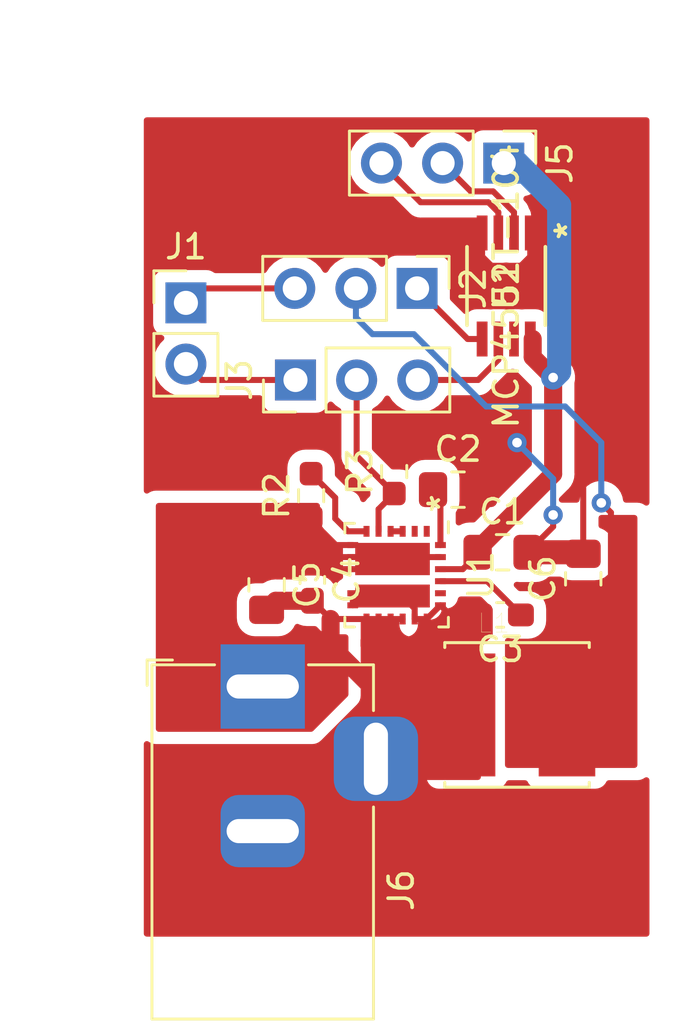
<source format=kicad_pcb>
(kicad_pcb (version 20171130) (host pcbnew "(5.1.6-0-10_14)")

  (general
    (thickness 1.6)
    (drawings 1)
    (tracks 116)
    (zones 0)
    (modules 16)
    (nets 18)
  )

  (page A4)
  (layers
    (0 F.Cu signal)
    (31 B.Cu signal)
    (32 B.Adhes user)
    (33 F.Adhes user)
    (34 B.Paste user)
    (35 F.Paste user)
    (36 B.SilkS user)
    (37 F.SilkS user)
    (38 B.Mask user)
    (39 F.Mask user)
    (40 Dwgs.User user hide)
    (41 Cmts.User user)
    (42 Eco1.User user)
    (43 Eco2.User user)
    (44 Edge.Cuts user)
    (45 Margin user)
    (46 B.CrtYd user)
    (47 F.CrtYd user)
    (48 B.Fab user)
    (49 F.Fab user)
  )

  (setup
    (last_trace_width 0.75)
    (user_trace_width 0.25)
    (user_trace_width 0.5)
    (user_trace_width 0.75)
    (user_trace_width 1)
    (trace_clearance 0.2)
    (zone_clearance 0.508)
    (zone_45_only no)
    (trace_min 0.2)
    (via_size 0.8)
    (via_drill 0.4)
    (via_min_size 0.4)
    (via_min_drill 0.3)
    (uvia_size 0.3)
    (uvia_drill 0.1)
    (uvias_allowed no)
    (uvia_min_size 0.2)
    (uvia_min_drill 0.1)
    (edge_width 0.1)
    (segment_width 0.2)
    (pcb_text_width 0.3)
    (pcb_text_size 1.5 1.5)
    (mod_edge_width 0.15)
    (mod_text_size 1 1)
    (mod_text_width 0.15)
    (pad_size 1.524 1.524)
    (pad_drill 0.762)
    (pad_to_mask_clearance 0)
    (aux_axis_origin 0 0)
    (visible_elements FFFFFF7F)
    (pcbplotparams
      (layerselection 0x010fc_ffffffff)
      (usegerberextensions false)
      (usegerberattributes true)
      (usegerberadvancedattributes true)
      (creategerberjobfile true)
      (excludeedgelayer true)
      (linewidth 0.100000)
      (plotframeref false)
      (viasonmask false)
      (mode 1)
      (useauxorigin false)
      (hpglpennumber 1)
      (hpglpenspeed 20)
      (hpglpendiameter 15.000000)
      (psnegative false)
      (psa4output false)
      (plotreference true)
      (plotvalue true)
      (plotinvisibletext false)
      (padsonsilk false)
      (subtractmaskfromsilk false)
      (outputformat 1)
      (mirror false)
      (drillshape 1)
      (scaleselection 1)
      (outputdirectory ""))
  )

  (net 0 "")
  (net 1 5V)
  (net 2 GND)
  (net 3 "Net-(C2-Pad1)")
  (net 4 "Net-(C3-Pad2)")
  (net 5 "Net-(C3-Pad1)")
  (net 6 12V)
  (net 7 REG_OUT)
  (net 8 "Net-(J1-Pad2)")
  (net 9 "Net-(J1-Pad1)")
  (net 10 /POT_RES_A)
  (net 11 /FB_RES_B)
  (net 12 /POT_RES_B)
  (net 13 I2C_SDA)
  (net 14 I2C_SCL)
  (net 15 "Net-(R2-Pad2)")
  (net 16 "Net-(U2-Pad7)")
  (net 17 "Net-(U1-Pad1)")

  (net_class Default "This is the default net class."
    (clearance 0.2)
    (trace_width 0.25)
    (via_dia 0.8)
    (via_drill 0.4)
    (uvia_dia 0.3)
    (uvia_drill 0.1)
    (add_net /FB_RES_B)
    (add_net /POT_RES_A)
    (add_net /POT_RES_B)
    (add_net 12V)
    (add_net 5V)
    (add_net GND)
    (add_net I2C_SCL)
    (add_net I2C_SDA)
    (add_net "Net-(C2-Pad1)")
    (add_net "Net-(C3-Pad1)")
    (add_net "Net-(C3-Pad2)")
    (add_net "Net-(J1-Pad1)")
    (add_net "Net-(J1-Pad2)")
    (add_net "Net-(R2-Pad2)")
    (add_net "Net-(U1-Pad1)")
    (add_net "Net-(U2-Pad7)")
    (add_net REG_OUT)
  )

  (module Ninja-qPCR:AOZ2264QI-19 (layer F.Cu) (tedit 615BBC31) (tstamp 615BE49C)
    (at 173.5 54 270)
    (path /615B3E6F)
    (attr smd)
    (fp_text reference U1 (at 0 -3.5 90) (layer F.SilkS)
      (effects (font (size 1 1) (thickness 0.15)))
    )
    (fp_text value AOZ2264QI-19 (at 0 3.5 90) (layer F.Fab)
      (effects (font (size 1 1) (thickness 0.15)))
    )
    (fp_poly (pts (xy 0.75 1.2) (xy 0.45 1.2) (xy 0.45 1) (xy 0.75 1)) (layer F.Paste) (width 0))
    (fp_poly (pts (xy 1.25 1.2) (xy 0.95 1.2) (xy 0.95 1) (xy 1.25 1)) (layer F.Paste) (width 0))
    (fp_poly (pts (xy 0.75 1.2) (xy 0.45 1.2) (xy 0.45 1) (xy 0.75 1)) (layer F.Paste) (width 0))
    (fp_poly (pts (xy 0.75 0.3) (xy 0.45 0.3) (xy 0.45 0.1) (xy 0.75 0.1)) (layer F.Paste) (width 0))
    (fp_poly (pts (xy 1.25 -0.3) (xy 0.95 -0.3) (xy 0.95 -0.5) (xy 1.25 -0.5)) (layer F.Paste) (width 0))
    (fp_poly (pts (xy 0.75 0) (xy 0.45 0) (xy 0.45 -0.2) (xy 0.75 -0.2)) (layer F.Paste) (width 0))
    (fp_poly (pts (xy 0.75 0) (xy 0.45 0) (xy 0.45 -0.2) (xy 0.75 -0.2)) (layer F.Paste) (width 0))
    (fp_poly (pts (xy 0.75 -0.3) (xy 0.45 -0.3) (xy 0.45 -0.5) (xy 0.75 -0.5)) (layer F.Paste) (width 0))
    (fp_poly (pts (xy 1.25 0) (xy 0.95 0) (xy 0.95 -0.2) (xy 1.25 -0.2)) (layer F.Paste) (width 0))
    (fp_poly (pts (xy 0.75 -0.3) (xy 0.45 -0.3) (xy 0.45 -0.5) (xy 0.75 -0.5)) (layer F.Paste) (width 0))
    (fp_poly (pts (xy 1.25 -0.6) (xy 0.95 -0.6) (xy 0.95 -0.8) (xy 1.25 -0.8)) (layer F.Paste) (width 0))
    (fp_poly (pts (xy 0.75 -0.6) (xy 0.45 -0.6) (xy 0.45 -0.8) (xy 0.75 -0.8)) (layer F.Paste) (width 0))
    (fp_poly (pts (xy 0.75 -0.6) (xy 0.45 -0.6) (xy 0.45 -0.8) (xy 0.75 -0.8)) (layer F.Paste) (width 0))
    (fp_poly (pts (xy 1.25 0.3) (xy 0.95 0.3) (xy 0.95 0.1) (xy 1.25 0.1)) (layer F.Paste) (width 0))
    (fp_poly (pts (xy 0.75 0.6) (xy 0.45 0.6) (xy 0.45 0.4) (xy 0.75 0.4)) (layer F.Paste) (width 0))
    (fp_poly (pts (xy 0.75 0.6) (xy 0.45 0.6) (xy 0.45 0.4) (xy 0.75 0.4)) (layer F.Paste) (width 0))
    (fp_poly (pts (xy 0.75 0.3) (xy 0.45 0.3) (xy 0.45 0.1) (xy 0.75 0.1)) (layer F.Paste) (width 0))
    (fp_poly (pts (xy 1.25 0.6) (xy 0.95 0.6) (xy 0.95 0.4) (xy 1.25 0.4)) (layer F.Paste) (width 0))
    (fp_poly (pts (xy 0.75 0.9) (xy 0.45 0.9) (xy 0.45 0.7) (xy 0.75 0.7)) (layer F.Paste) (width 0))
    (fp_poly (pts (xy 1.25 0.9) (xy 0.95 0.9) (xy 0.95 0.7) (xy 1.25 0.7)) (layer F.Paste) (width 0))
    (fp_poly (pts (xy 0.75 0.9) (xy 0.45 0.9) (xy 0.45 0.7) (xy 0.75 0.7)) (layer F.Paste) (width 0))
    (fp_poly (pts (xy 0.75 -0.9) (xy 0.45 -0.9) (xy 0.45 -1.1) (xy 0.75 -1.1)) (layer F.Paste) (width 0))
    (fp_poly (pts (xy 1.25 -0.9) (xy 0.95 -0.9) (xy 0.95 -1.1) (xy 1.25 -1.1)) (layer F.Paste) (width 0))
    (fp_poly (pts (xy 0.75 -0.9) (xy 0.45 -0.9) (xy 0.45 -1.1) (xy 0.75 -1.1)) (layer F.Paste) (width 0))
    (fp_poly (pts (xy -0.3 0.3) (xy -0.6 0.3) (xy -0.6 0.1) (xy -0.3 0.1)) (layer F.Paste) (width 0))
    (fp_poly (pts (xy -0.8 0.6) (xy -1.1 0.6) (xy -1.1 0.4) (xy -0.8 0.4)) (layer F.Paste) (width 0))
    (fp_poly (pts (xy -0.8 0.6) (xy -1.1 0.6) (xy -1.1 0.4) (xy -0.8 0.4)) (layer F.Paste) (width 0))
    (fp_poly (pts (xy -0.8 0.3) (xy -1.1 0.3) (xy -1.1 0.1) (xy -0.8 0.1)) (layer F.Paste) (width 0))
    (fp_poly (pts (xy -0.3 0.6) (xy -0.6 0.6) (xy -0.6 0.4) (xy -0.3 0.4)) (layer F.Paste) (width 0))
    (fp_poly (pts (xy -0.8 0.9) (xy -1.1 0.9) (xy -1.1 0.7) (xy -0.8 0.7)) (layer F.Paste) (width 0))
    (fp_poly (pts (xy -0.3 0.9) (xy -0.6 0.9) (xy -0.6 0.7) (xy -0.3 0.7)) (layer F.Paste) (width 0))
    (fp_poly (pts (xy -0.8 0.9) (xy -1.1 0.9) (xy -1.1 0.7) (xy -0.8 0.7)) (layer F.Paste) (width 0))
    (fp_poly (pts (xy -0.8 1.2) (xy -1.1 1.2) (xy -1.1 1) (xy -0.8 1)) (layer F.Paste) (width 0))
    (fp_poly (pts (xy -0.3 1.2) (xy -0.6 1.2) (xy -0.6 1) (xy -0.3 1)) (layer F.Paste) (width 0))
    (fp_poly (pts (xy -0.8 1.2) (xy -1.1 1.2) (xy -1.1 1) (xy -0.8 1)) (layer F.Paste) (width 0))
    (fp_poly (pts (xy -0.8 0.3) (xy -1.1 0.3) (xy -1.1 0.1) (xy -0.8 0.1)) (layer F.Paste) (width 0))
    (fp_poly (pts (xy -0.3 -0.3) (xy -0.6 -0.3) (xy -0.6 -0.5) (xy -0.3 -0.5)) (layer F.Paste) (width 0))
    (fp_poly (pts (xy -0.8 0) (xy -1.1 0) (xy -1.1 -0.2) (xy -0.8 -0.2)) (layer F.Paste) (width 0))
    (fp_poly (pts (xy -0.8 0) (xy -1.1 0) (xy -1.1 -0.2) (xy -0.8 -0.2)) (layer F.Paste) (width 0))
    (fp_poly (pts (xy -0.8 -0.3) (xy -1.1 -0.3) (xy -1.1 -0.5) (xy -0.8 -0.5)) (layer F.Paste) (width 0))
    (fp_poly (pts (xy -0.3 0) (xy -0.6 0) (xy -0.6 -0.2) (xy -0.3 -0.2)) (layer F.Paste) (width 0))
    (fp_poly (pts (xy -0.8 -0.3) (xy -1.1 -0.3) (xy -1.1 -0.5) (xy -0.8 -0.5)) (layer F.Paste) (width 0))
    (fp_poly (pts (xy -0.3 -0.6) (xy -0.6 -0.6) (xy -0.6 -0.8) (xy -0.3 -0.8)) (layer F.Paste) (width 0))
    (fp_poly (pts (xy -0.8 -0.6) (xy -1.1 -0.6) (xy -1.1 -0.8) (xy -0.8 -0.8)) (layer F.Paste) (width 0))
    (fp_poly (pts (xy -0.8 -0.6) (xy -1.1 -0.6) (xy -1.1 -0.8) (xy -0.8 -0.8)) (layer F.Paste) (width 0))
    (fp_poly (pts (xy -0.3 -0.9) (xy -0.6 -0.9) (xy -0.6 -1.1) (xy -0.3 -1.1)) (layer F.Paste) (width 0))
    (fp_poly (pts (xy -0.8 -0.9) (xy -1.1 -0.9) (xy -1.1 -1.1) (xy -0.8 -1.1)) (layer F.Paste) (width 0))
    (fp_poly (pts (xy 0 1.72) (xy -1.34 1.72) (xy -1.34 -1.38) (xy 0 -1.38)) (layer F.Cu) (width 0))
    (fp_poly (pts (xy 1.34 1.72) (xy 0.39 1.72) (xy 0.39 -1.38) (xy 1.34 -1.38)) (layer F.Cu) (width 0))
    (fp_poly (pts (xy -0.8 -0.9) (xy -1.1 -0.9) (xy -1.1 -1.1) (xy -0.8 -1.1)) (layer F.Paste) (width 0))
    (fp_line (start -2.5 2.5) (end -2.5 -2.5) (layer F.CrtYd) (width 0.05))
    (fp_line (start 2.5 2.5) (end -2.5 2.5) (layer F.CrtYd) (width 0.05))
    (fp_line (start 2.5 -2.5) (end 2.5 2.5) (layer F.CrtYd) (width 0.05))
    (fp_line (start -2.5 -2.5) (end 2.5 -2.5) (layer F.CrtYd) (width 0.05))
    (fp_line (start -1.75 -2.15) (end -2.225 -2.15) (layer F.SilkS) (width 0.12))
    (fp_line (start -2.15 2.15) (end -2.15 1.75) (layer F.SilkS) (width 0.12))
    (fp_line (start -1.75 2.15) (end -2.15 2.15) (layer F.SilkS) (width 0.12))
    (fp_line (start 2.15 2.15) (end 2.15 1.75) (layer F.SilkS) (width 0.12))
    (fp_line (start 1.75 2.15) (end 2.15 2.15) (layer F.SilkS) (width 0.12))
    (fp_line (start 2.15 -2.15) (end 2.15 -1.75) (layer F.SilkS) (width 0.12))
    (fp_line (start 1.75 -2.15) (end 2.15 -2.15) (layer F.SilkS) (width 0.12))
    (fp_line (start 2 -2) (end -1 -2) (layer F.Fab) (width 0.15))
    (fp_line (start 2 2) (end 2 -2) (layer F.Fab) (width 0.15))
    (fp_line (start -2 2) (end 2 2) (layer F.Fab) (width 0.15))
    (fp_line (start -2 -1) (end -2 2) (layer F.Fab) (width 0.15))
    (fp_line (start -1 -2) (end -2 -1) (layer F.Fab) (width 0.15))
    (fp_poly (pts (xy 0.01 1.72) (xy -1.33 1.72) (xy -1.33 -1.38) (xy 0.01 -1.38)) (layer F.Mask) (width 0))
    (fp_poly (pts (xy 1.34 1.72) (xy 0.39 1.72) (xy 0.39 -1.38) (xy 1.34 -1.38)) (layer F.Mask) (width 0))
    (fp_text user * (at -2.975 -1.85 90) (layer F.SilkS)
      (effects (font (size 1 1) (thickness 0.15)))
    )
    (pad 1 smd rect (at -1.82 -1.25) (size 0.25 0.45) (layers F.Cu F.Paste F.Mask)
      (net 17 "Net-(U1-Pad1)"))
    (pad 2 smd rect (at -1.82 -0.75) (size 0.25 0.45) (layers F.Cu F.Paste F.Mask)
      (net 1 5V))
    (pad 3 smd rect (at -1.82 -0.25) (size 0.25 0.45) (layers F.Cu F.Paste F.Mask)
      (net 2 GND))
    (pad 4 smd rect (at -1.82 0.25) (size 0.25 0.45) (layers F.Cu F.Paste F.Mask)
      (net 2 GND))
    (pad 5 smd rect (at -1.82 0.75) (size 0.25 0.45) (layers F.Cu F.Paste F.Mask)
      (net 11 /FB_RES_B))
    (pad 6 smd rect (at -1.82 1.25) (size 0.25 0.45) (layers F.Cu F.Paste F.Mask)
      (net 15 "Net-(R2-Pad2)"))
    (pad 7 smd rect (at -1.25 1.82 270) (size 0.25 0.45) (layers F.Cu F.Paste F.Mask)
      (net 6 12V))
    (pad 8 smd rect (at -0.75 1.82 270) (size 0.25 0.45) (layers F.Cu F.Paste F.Mask)
      (net 6 12V))
    (pad 9 smd rect (at -0.25 1.82 270) (size 0.25 0.45) (layers F.Cu F.Paste F.Mask)
      (net 6 12V))
    (pad 10 smd rect (at 0.75 1.82 270) (size 0.25 0.45) (layers F.Cu F.Paste F.Mask)
      (net 4 "Net-(C3-Pad2)"))
    (pad 11 smd rect (at 1.25 1.82 270) (size 0.25 0.45) (layers F.Cu F.Paste F.Mask)
      (net 4 "Net-(C3-Pad2)"))
    (pad 12 smd rect (at 1.82 1.25) (size 0.25 0.45) (layers F.Cu F.Paste F.Mask)
      (net 2 GND))
    (pad 13 smd rect (at 1.82 0.75) (size 0.25 0.45) (layers F.Cu F.Paste F.Mask)
      (net 2 GND))
    (pad 14 smd rect (at 1.82 0.25) (size 0.25 0.45) (layers F.Cu F.Paste F.Mask)
      (net 2 GND))
    (pad 15 smd rect (at 1.82 -0.25) (size 0.25 0.45) (layers F.Cu F.Paste F.Mask)
      (net 2 GND))
    (pad 16 smd rect (at 1.82 -0.75) (size 0.25 0.45) (layers F.Cu F.Paste F.Mask)
      (net 4 "Net-(C3-Pad2)"))
    (pad 17 smd rect (at 1.82 -1.25) (size 0.25 0.45) (layers F.Cu F.Paste F.Mask)
      (net 4 "Net-(C3-Pad2)"))
    (pad 18 smd rect (at 1.25 -1.82 270) (size 0.25 0.45) (layers F.Cu F.Paste F.Mask)
      (net 4 "Net-(C3-Pad2)"))
    (pad 19 smd rect (at 0.75 -1.82 270) (size 0.25 0.45) (layers F.Cu F.Paste F.Mask)
      (net 2 GND))
    (pad 20 smd rect (at 0.25 -1.82 270) (size 0.25 0.45) (layers F.Cu F.Paste F.Mask)
      (net 5 "Net-(C3-Pad1)"))
    (pad 21 smd rect (at -0.25 -1.82 270) (size 0.25 0.45) (layers F.Cu F.Paste F.Mask)
      (net 1 5V))
    (pad 22 smd rect (at -0.75 -1.82 270) (size 0.25 0.45) (layers F.Cu F.Paste F.Mask)
      (net 6 12V))
    (pad 23 smd rect (at -1.25 -1.82 270) (size 0.25 0.45) (layers F.Cu F.Paste F.Mask)
      (net 3 "Net-(C2-Pad1)"))
  )

  (module Capacitor_SMD:C_0805_2012Metric_Pad1.18x1.45mm_HandSolder (layer F.Cu) (tedit 5F68FEEF) (tstamp 615BE32F)
    (at 177.9 53.05)
    (descr "Capacitor SMD 0805 (2012 Metric), square (rectangular) end terminal, IPC_7351 nominal with elongated pad for handsoldering. (Body size source: IPC-SM-782 page 76, https://www.pcb-3d.com/wordpress/wp-content/uploads/ipc-sm-782a_amendment_1_and_2.pdf, https://docs.google.com/spreadsheets/d/1BsfQQcO9C6DZCsRaXUlFlo91Tg2WpOkGARC1WS5S8t0/edit?usp=sharing), generated with kicad-footprint-generator")
    (tags "capacitor handsolder")
    (path /615C767B)
    (attr smd)
    (fp_text reference C1 (at 0 -1.68) (layer F.SilkS)
      (effects (font (size 1 1) (thickness 0.15)))
    )
    (fp_text value 10uF (at 0 1.68) (layer F.Fab)
      (effects (font (size 1 1) (thickness 0.15)))
    )
    (fp_line (start 1.88 0.98) (end -1.88 0.98) (layer F.CrtYd) (width 0.05))
    (fp_line (start 1.88 -0.98) (end 1.88 0.98) (layer F.CrtYd) (width 0.05))
    (fp_line (start -1.88 -0.98) (end 1.88 -0.98) (layer F.CrtYd) (width 0.05))
    (fp_line (start -1.88 0.98) (end -1.88 -0.98) (layer F.CrtYd) (width 0.05))
    (fp_line (start -0.261252 0.735) (end 0.261252 0.735) (layer F.SilkS) (width 0.12))
    (fp_line (start -0.261252 -0.735) (end 0.261252 -0.735) (layer F.SilkS) (width 0.12))
    (fp_line (start 1 0.625) (end -1 0.625) (layer F.Fab) (width 0.1))
    (fp_line (start 1 -0.625) (end 1 0.625) (layer F.Fab) (width 0.1))
    (fp_line (start -1 -0.625) (end 1 -0.625) (layer F.Fab) (width 0.1))
    (fp_line (start -1 0.625) (end -1 -0.625) (layer F.Fab) (width 0.1))
    (fp_text user %R (at 0 0) (layer F.Fab)
      (effects (font (size 0.5 0.5) (thickness 0.08)))
    )
    (pad 1 smd roundrect (at -1.0375 0) (size 1.175 1.45) (layers F.Cu F.Paste F.Mask) (roundrect_rratio 0.212766)
      (net 1 5V))
    (pad 2 smd roundrect (at 1.0375 0) (size 1.175 1.45) (layers F.Cu F.Paste F.Mask) (roundrect_rratio 0.212766)
      (net 2 GND))
    (model ${KISYS3DMOD}/Capacitor_SMD.3dshapes/C_0805_2012Metric.wrl
      (at (xyz 0 0 0))
      (scale (xyz 1 1 1))
      (rotate (xyz 0 0 0))
    )
  )

  (module Capacitor_SMD:C_0805_2012Metric_Pad1.18x1.45mm_HandSolder (layer F.Cu) (tedit 5F68FEEF) (tstamp 615C0BD4)
    (at 176.05 50.45)
    (descr "Capacitor SMD 0805 (2012 Metric), square (rectangular) end terminal, IPC_7351 nominal with elongated pad for handsoldering. (Body size source: IPC-SM-782 page 76, https://www.pcb-3d.com/wordpress/wp-content/uploads/ipc-sm-782a_amendment_1_and_2.pdf, https://docs.google.com/spreadsheets/d/1BsfQQcO9C6DZCsRaXUlFlo91Tg2WpOkGARC1WS5S8t0/edit?usp=sharing), generated with kicad-footprint-generator")
    (tags "capacitor handsolder")
    (path /615B4693)
    (attr smd)
    (fp_text reference C2 (at 0 -1.68) (layer F.SilkS)
      (effects (font (size 1 1) (thickness 0.15)))
    )
    (fp_text value 10uF (at 0 1.68) (layer F.Fab)
      (effects (font (size 1 1) (thickness 0.15)))
    )
    (fp_line (start 1.88 0.98) (end -1.88 0.98) (layer F.CrtYd) (width 0.05))
    (fp_line (start 1.88 -0.98) (end 1.88 0.98) (layer F.CrtYd) (width 0.05))
    (fp_line (start -1.88 -0.98) (end 1.88 -0.98) (layer F.CrtYd) (width 0.05))
    (fp_line (start -1.88 0.98) (end -1.88 -0.98) (layer F.CrtYd) (width 0.05))
    (fp_line (start -0.261252 0.735) (end 0.261252 0.735) (layer F.SilkS) (width 0.12))
    (fp_line (start -0.261252 -0.735) (end 0.261252 -0.735) (layer F.SilkS) (width 0.12))
    (fp_line (start 1 0.625) (end -1 0.625) (layer F.Fab) (width 0.1))
    (fp_line (start 1 -0.625) (end 1 0.625) (layer F.Fab) (width 0.1))
    (fp_line (start -1 -0.625) (end 1 -0.625) (layer F.Fab) (width 0.1))
    (fp_line (start -1 0.625) (end -1 -0.625) (layer F.Fab) (width 0.1))
    (fp_text user %R (at 0 0) (layer F.Fab)
      (effects (font (size 0.5 0.5) (thickness 0.08)))
    )
    (pad 1 smd roundrect (at -1.0375 0) (size 1.175 1.45) (layers F.Cu F.Paste F.Mask) (roundrect_rratio 0.212766)
      (net 3 "Net-(C2-Pad1)"))
    (pad 2 smd roundrect (at 1.0375 0) (size 1.175 1.45) (layers F.Cu F.Paste F.Mask) (roundrect_rratio 0.212766)
      (net 2 GND))
    (model ${KISYS3DMOD}/Capacitor_SMD.3dshapes/C_0805_2012Metric.wrl
      (at (xyz 0 0 0))
      (scale (xyz 1 1 1))
      (rotate (xyz 0 0 0))
    )
  )

  (module Capacitor_SMD:C_0603_1608Metric_Pad1.08x0.95mm_HandSolder (layer F.Cu) (tedit 5F68FEEF) (tstamp 615BE351)
    (at 177.8 55.65 180)
    (descr "Capacitor SMD 0603 (1608 Metric), square (rectangular) end terminal, IPC_7351 nominal with elongated pad for handsoldering. (Body size source: IPC-SM-782 page 76, https://www.pcb-3d.com/wordpress/wp-content/uploads/ipc-sm-782a_amendment_1_and_2.pdf), generated with kicad-footprint-generator")
    (tags "capacitor handsolder")
    (path /615C31C8)
    (attr smd)
    (fp_text reference C3 (at 0 -1.43) (layer F.SilkS)
      (effects (font (size 1 1) (thickness 0.15)))
    )
    (fp_text value 0.1uF (at 0 1.43) (layer F.Fab)
      (effects (font (size 1 1) (thickness 0.15)))
    )
    (fp_line (start -0.8 0.4) (end -0.8 -0.4) (layer F.Fab) (width 0.1))
    (fp_line (start -0.8 -0.4) (end 0.8 -0.4) (layer F.Fab) (width 0.1))
    (fp_line (start 0.8 -0.4) (end 0.8 0.4) (layer F.Fab) (width 0.1))
    (fp_line (start 0.8 0.4) (end -0.8 0.4) (layer F.Fab) (width 0.1))
    (fp_line (start -0.146267 -0.51) (end 0.146267 -0.51) (layer F.SilkS) (width 0.12))
    (fp_line (start -0.146267 0.51) (end 0.146267 0.51) (layer F.SilkS) (width 0.12))
    (fp_line (start -1.65 0.73) (end -1.65 -0.73) (layer F.CrtYd) (width 0.05))
    (fp_line (start -1.65 -0.73) (end 1.65 -0.73) (layer F.CrtYd) (width 0.05))
    (fp_line (start 1.65 -0.73) (end 1.65 0.73) (layer F.CrtYd) (width 0.05))
    (fp_line (start 1.65 0.73) (end -1.65 0.73) (layer F.CrtYd) (width 0.05))
    (fp_text user %R (at 0 0) (layer F.Fab)
      (effects (font (size 0.4 0.4) (thickness 0.06)))
    )
    (pad 2 smd roundrect (at 0.8625 0 180) (size 1.075 0.95) (layers F.Cu F.Paste F.Mask) (roundrect_rratio 0.25)
      (net 4 "Net-(C3-Pad2)"))
    (pad 1 smd roundrect (at -0.8625 0 180) (size 1.075 0.95) (layers F.Cu F.Paste F.Mask) (roundrect_rratio 0.25)
      (net 5 "Net-(C3-Pad1)"))
    (model ${KISYS3DMOD}/Capacitor_SMD.3dshapes/C_0603_1608Metric.wrl
      (at (xyz 0 0 0))
      (scale (xyz 1 1 1))
      (rotate (xyz 0 0 0))
    )
  )

  (module Capacitor_SMD:C_0603_1608Metric_Pad1.08x0.95mm_HandSolder (layer F.Cu) (tedit 5F68FEEF) (tstamp 615BE362)
    (at 170 54.2 270)
    (descr "Capacitor SMD 0603 (1608 Metric), square (rectangular) end terminal, IPC_7351 nominal with elongated pad for handsoldering. (Body size source: IPC-SM-782 page 76, https://www.pcb-3d.com/wordpress/wp-content/uploads/ipc-sm-782a_amendment_1_and_2.pdf), generated with kicad-footprint-generator")
    (tags "capacitor handsolder")
    (path /615CE6D3)
    (attr smd)
    (fp_text reference C4 (at 0 -1.43 90) (layer F.SilkS)
      (effects (font (size 1 1) (thickness 0.15)))
    )
    (fp_text value 1uF (at 0 1.43 90) (layer F.Fab)
      (effects (font (size 1 1) (thickness 0.15)))
    )
    (fp_line (start 1.65 0.73) (end -1.65 0.73) (layer F.CrtYd) (width 0.05))
    (fp_line (start 1.65 -0.73) (end 1.65 0.73) (layer F.CrtYd) (width 0.05))
    (fp_line (start -1.65 -0.73) (end 1.65 -0.73) (layer F.CrtYd) (width 0.05))
    (fp_line (start -1.65 0.73) (end -1.65 -0.73) (layer F.CrtYd) (width 0.05))
    (fp_line (start -0.146267 0.51) (end 0.146267 0.51) (layer F.SilkS) (width 0.12))
    (fp_line (start -0.146267 -0.51) (end 0.146267 -0.51) (layer F.SilkS) (width 0.12))
    (fp_line (start 0.8 0.4) (end -0.8 0.4) (layer F.Fab) (width 0.1))
    (fp_line (start 0.8 -0.4) (end 0.8 0.4) (layer F.Fab) (width 0.1))
    (fp_line (start -0.8 -0.4) (end 0.8 -0.4) (layer F.Fab) (width 0.1))
    (fp_line (start -0.8 0.4) (end -0.8 -0.4) (layer F.Fab) (width 0.1))
    (fp_text user %R (at 0 0 90) (layer F.Fab)
      (effects (font (size 0.4 0.4) (thickness 0.06)))
    )
    (pad 1 smd roundrect (at -0.8625 0 270) (size 1.075 0.95) (layers F.Cu F.Paste F.Mask) (roundrect_rratio 0.25)
      (net 6 12V))
    (pad 2 smd roundrect (at 0.8625 0 270) (size 1.075 0.95) (layers F.Cu F.Paste F.Mask) (roundrect_rratio 0.25)
      (net 2 GND))
    (model ${KISYS3DMOD}/Capacitor_SMD.3dshapes/C_0603_1608Metric.wrl
      (at (xyz 0 0 0))
      (scale (xyz 1 1 1))
      (rotate (xyz 0 0 0))
    )
  )

  (module Capacitor_SMD:C_0805_2012Metric_Pad1.18x1.45mm_HandSolder (layer F.Cu) (tedit 5F68FEEF) (tstamp 615BE373)
    (at 168.1 54.4 270)
    (descr "Capacitor SMD 0805 (2012 Metric), square (rectangular) end terminal, IPC_7351 nominal with elongated pad for handsoldering. (Body size source: IPC-SM-782 page 76, https://www.pcb-3d.com/wordpress/wp-content/uploads/ipc-sm-782a_amendment_1_and_2.pdf, https://docs.google.com/spreadsheets/d/1BsfQQcO9C6DZCsRaXUlFlo91Tg2WpOkGARC1WS5S8t0/edit?usp=sharing), generated with kicad-footprint-generator")
    (tags "capacitor handsolder")
    (path /615CF30F)
    (attr smd)
    (fp_text reference C5 (at 0 -1.68 90) (layer F.SilkS)
      (effects (font (size 1 1) (thickness 0.15)))
    )
    (fp_text value 22uF (at 0 1.68 90) (layer F.Fab)
      (effects (font (size 1 1) (thickness 0.15)))
    )
    (fp_line (start -1 0.625) (end -1 -0.625) (layer F.Fab) (width 0.1))
    (fp_line (start -1 -0.625) (end 1 -0.625) (layer F.Fab) (width 0.1))
    (fp_line (start 1 -0.625) (end 1 0.625) (layer F.Fab) (width 0.1))
    (fp_line (start 1 0.625) (end -1 0.625) (layer F.Fab) (width 0.1))
    (fp_line (start -0.261252 -0.735) (end 0.261252 -0.735) (layer F.SilkS) (width 0.12))
    (fp_line (start -0.261252 0.735) (end 0.261252 0.735) (layer F.SilkS) (width 0.12))
    (fp_line (start -1.88 0.98) (end -1.88 -0.98) (layer F.CrtYd) (width 0.05))
    (fp_line (start -1.88 -0.98) (end 1.88 -0.98) (layer F.CrtYd) (width 0.05))
    (fp_line (start 1.88 -0.98) (end 1.88 0.98) (layer F.CrtYd) (width 0.05))
    (fp_line (start 1.88 0.98) (end -1.88 0.98) (layer F.CrtYd) (width 0.05))
    (fp_text user %R (at 0 0 90) (layer F.Fab)
      (effects (font (size 0.5 0.5) (thickness 0.08)))
    )
    (pad 2 smd roundrect (at 1.0375 0 270) (size 1.175 1.45) (layers F.Cu F.Paste F.Mask) (roundrect_rratio 0.212766)
      (net 2 GND))
    (pad 1 smd roundrect (at -1.0375 0 270) (size 1.175 1.45) (layers F.Cu F.Paste F.Mask) (roundrect_rratio 0.212766)
      (net 6 12V))
    (model ${KISYS3DMOD}/Capacitor_SMD.3dshapes/C_0805_2012Metric.wrl
      (at (xyz 0 0 0))
      (scale (xyz 1 1 1))
      (rotate (xyz 0 0 0))
    )
  )

  (module Capacitor_SMD:C_0805_2012Metric_Pad1.18x1.45mm_HandSolder (layer F.Cu) (tedit 5F68FEEF) (tstamp 615BE384)
    (at 181.25 54.15 90)
    (descr "Capacitor SMD 0805 (2012 Metric), square (rectangular) end terminal, IPC_7351 nominal with elongated pad for handsoldering. (Body size source: IPC-SM-782 page 76, https://www.pcb-3d.com/wordpress/wp-content/uploads/ipc-sm-782a_amendment_1_and_2.pdf, https://docs.google.com/spreadsheets/d/1BsfQQcO9C6DZCsRaXUlFlo91Tg2WpOkGARC1WS5S8t0/edit?usp=sharing), generated with kicad-footprint-generator")
    (tags "capacitor handsolder")
    (path /615C3ADF)
    (attr smd)
    (fp_text reference C6 (at 0 -1.68 90) (layer F.SilkS)
      (effects (font (size 1 1) (thickness 0.15)))
    )
    (fp_text value 100uF (at 0 1.68 90) (layer F.Fab)
      (effects (font (size 1 1) (thickness 0.15)))
    )
    (fp_line (start -1 0.625) (end -1 -0.625) (layer F.Fab) (width 0.1))
    (fp_line (start -1 -0.625) (end 1 -0.625) (layer F.Fab) (width 0.1))
    (fp_line (start 1 -0.625) (end 1 0.625) (layer F.Fab) (width 0.1))
    (fp_line (start 1 0.625) (end -1 0.625) (layer F.Fab) (width 0.1))
    (fp_line (start -0.261252 -0.735) (end 0.261252 -0.735) (layer F.SilkS) (width 0.12))
    (fp_line (start -0.261252 0.735) (end 0.261252 0.735) (layer F.SilkS) (width 0.12))
    (fp_line (start -1.88 0.98) (end -1.88 -0.98) (layer F.CrtYd) (width 0.05))
    (fp_line (start -1.88 -0.98) (end 1.88 -0.98) (layer F.CrtYd) (width 0.05))
    (fp_line (start 1.88 -0.98) (end 1.88 0.98) (layer F.CrtYd) (width 0.05))
    (fp_line (start 1.88 0.98) (end -1.88 0.98) (layer F.CrtYd) (width 0.05))
    (fp_text user %R (at 0 0 90) (layer F.Fab)
      (effects (font (size 0.5 0.5) (thickness 0.08)))
    )
    (pad 2 smd roundrect (at 1.0375 0 90) (size 1.175 1.45) (layers F.Cu F.Paste F.Mask) (roundrect_rratio 0.212766)
      (net 2 GND))
    (pad 1 smd roundrect (at -1.0375 0 90) (size 1.175 1.45) (layers F.Cu F.Paste F.Mask) (roundrect_rratio 0.212766)
      (net 7 REG_OUT))
    (model ${KISYS3DMOD}/Capacitor_SMD.3dshapes/C_0805_2012Metric.wrl
      (at (xyz 0 0 0))
      (scale (xyz 1 1 1))
      (rotate (xyz 0 0 0))
    )
  )

  (module Pin_Headers:Pin_Header_Straight_1x02_Pitch2.54mm (layer F.Cu) (tedit 59650532) (tstamp 615BE39A)
    (at 164.75 42.7)
    (descr "Through hole straight pin header, 1x02, 2.54mm pitch, single row")
    (tags "Through hole pin header THT 1x02 2.54mm single row")
    (path /615F2016)
    (fp_text reference J1 (at 0 -2.33) (layer F.SilkS)
      (effects (font (size 1 1) (thickness 0.15)))
    )
    (fp_text value Conn_01x02_Female (at 0 4.87) (layer F.Fab)
      (effects (font (size 1 1) (thickness 0.15)))
    )
    (fp_line (start -0.635 -1.27) (end 1.27 -1.27) (layer F.Fab) (width 0.1))
    (fp_line (start 1.27 -1.27) (end 1.27 3.81) (layer F.Fab) (width 0.1))
    (fp_line (start 1.27 3.81) (end -1.27 3.81) (layer F.Fab) (width 0.1))
    (fp_line (start -1.27 3.81) (end -1.27 -0.635) (layer F.Fab) (width 0.1))
    (fp_line (start -1.27 -0.635) (end -0.635 -1.27) (layer F.Fab) (width 0.1))
    (fp_line (start -1.33 3.87) (end 1.33 3.87) (layer F.SilkS) (width 0.12))
    (fp_line (start -1.33 1.27) (end -1.33 3.87) (layer F.SilkS) (width 0.12))
    (fp_line (start 1.33 1.27) (end 1.33 3.87) (layer F.SilkS) (width 0.12))
    (fp_line (start -1.33 1.27) (end 1.33 1.27) (layer F.SilkS) (width 0.12))
    (fp_line (start -1.33 0) (end -1.33 -1.33) (layer F.SilkS) (width 0.12))
    (fp_line (start -1.33 -1.33) (end 0 -1.33) (layer F.SilkS) (width 0.12))
    (fp_line (start -1.8 -1.8) (end -1.8 4.35) (layer F.CrtYd) (width 0.05))
    (fp_line (start -1.8 4.35) (end 1.8 4.35) (layer F.CrtYd) (width 0.05))
    (fp_line (start 1.8 4.35) (end 1.8 -1.8) (layer F.CrtYd) (width 0.05))
    (fp_line (start 1.8 -1.8) (end -1.8 -1.8) (layer F.CrtYd) (width 0.05))
    (fp_text user %R (at 0 1.27 90) (layer F.Fab)
      (effects (font (size 1 1) (thickness 0.15)))
    )
    (pad 2 thru_hole oval (at 0 2.54) (size 1.7 1.7) (drill 1) (layers *.Cu *.Mask)
      (net 8 "Net-(J1-Pad2)"))
    (pad 1 thru_hole rect (at 0 0) (size 1.7 1.7) (drill 1) (layers *.Cu *.Mask)
      (net 9 "Net-(J1-Pad1)"))
    (model ${KISYS3DMOD}/Pin_Headers.3dshapes/Pin_Header_Straight_1x02_Pitch2.54mm.wrl
      (at (xyz 0 0 0))
      (scale (xyz 1 1 1))
      (rotate (xyz 0 0 0))
    )
  )

  (module Pin_Headers:Pin_Header_Straight_1x03_Pitch2.54mm (layer F.Cu) (tedit 59650532) (tstamp 615BE922)
    (at 174.35 42.1 270)
    (descr "Through hole straight pin header, 1x03, 2.54mm pitch, single row")
    (tags "Through hole pin header THT 1x03 2.54mm single row")
    (path /615DF263)
    (fp_text reference J2 (at 0 -2.33 90) (layer F.SilkS)
      (effects (font (size 1 1) (thickness 0.15)))
    )
    (fp_text value Conn_01x03_Male (at 0 7.41 90) (layer F.Fab)
      (effects (font (size 1 1) (thickness 0.15)))
    )
    (fp_line (start -0.635 -1.27) (end 1.27 -1.27) (layer F.Fab) (width 0.1))
    (fp_line (start 1.27 -1.27) (end 1.27 6.35) (layer F.Fab) (width 0.1))
    (fp_line (start 1.27 6.35) (end -1.27 6.35) (layer F.Fab) (width 0.1))
    (fp_line (start -1.27 6.35) (end -1.27 -0.635) (layer F.Fab) (width 0.1))
    (fp_line (start -1.27 -0.635) (end -0.635 -1.27) (layer F.Fab) (width 0.1))
    (fp_line (start -1.33 6.41) (end 1.33 6.41) (layer F.SilkS) (width 0.12))
    (fp_line (start -1.33 1.27) (end -1.33 6.41) (layer F.SilkS) (width 0.12))
    (fp_line (start 1.33 1.27) (end 1.33 6.41) (layer F.SilkS) (width 0.12))
    (fp_line (start -1.33 1.27) (end 1.33 1.27) (layer F.SilkS) (width 0.12))
    (fp_line (start -1.33 0) (end -1.33 -1.33) (layer F.SilkS) (width 0.12))
    (fp_line (start -1.33 -1.33) (end 0 -1.33) (layer F.SilkS) (width 0.12))
    (fp_line (start -1.8 -1.8) (end -1.8 6.85) (layer F.CrtYd) (width 0.05))
    (fp_line (start -1.8 6.85) (end 1.8 6.85) (layer F.CrtYd) (width 0.05))
    (fp_line (start 1.8 6.85) (end 1.8 -1.8) (layer F.CrtYd) (width 0.05))
    (fp_line (start 1.8 -1.8) (end -1.8 -1.8) (layer F.CrtYd) (width 0.05))
    (fp_text user %R (at 0 2.54) (layer F.Fab)
      (effects (font (size 1 1) (thickness 0.15)))
    )
    (pad 3 thru_hole oval (at 0 5.08 270) (size 1.7 1.7) (drill 1) (layers *.Cu *.Mask)
      (net 9 "Net-(J1-Pad1)"))
    (pad 2 thru_hole oval (at 0 2.54 270) (size 1.7 1.7) (drill 1) (layers *.Cu *.Mask)
      (net 7 REG_OUT))
    (pad 1 thru_hole rect (at 0 0 270) (size 1.7 1.7) (drill 1) (layers *.Cu *.Mask)
      (net 10 /POT_RES_A))
    (model ${KISYS3DMOD}/Pin_Headers.3dshapes/Pin_Header_Straight_1x03_Pitch2.54mm.wrl
      (at (xyz 0 0 0))
      (scale (xyz 1 1 1))
      (rotate (xyz 0 0 0))
    )
  )

  (module Pin_Headers:Pin_Header_Straight_1x03_Pitch2.54mm (layer F.Cu) (tedit 59650532) (tstamp 615BE3C8)
    (at 169.3 45.9 90)
    (descr "Through hole straight pin header, 1x03, 2.54mm pitch, single row")
    (tags "Through hole pin header THT 1x03 2.54mm single row")
    (path /615E1AD1)
    (fp_text reference J3 (at 0 -2.33 90) (layer F.SilkS)
      (effects (font (size 1 1) (thickness 0.15)))
    )
    (fp_text value Conn_01x03_Male (at 0 7.41 90) (layer F.Fab)
      (effects (font (size 1 1) (thickness 0.15)))
    )
    (fp_line (start 1.8 -1.8) (end -1.8 -1.8) (layer F.CrtYd) (width 0.05))
    (fp_line (start 1.8 6.85) (end 1.8 -1.8) (layer F.CrtYd) (width 0.05))
    (fp_line (start -1.8 6.85) (end 1.8 6.85) (layer F.CrtYd) (width 0.05))
    (fp_line (start -1.8 -1.8) (end -1.8 6.85) (layer F.CrtYd) (width 0.05))
    (fp_line (start -1.33 -1.33) (end 0 -1.33) (layer F.SilkS) (width 0.12))
    (fp_line (start -1.33 0) (end -1.33 -1.33) (layer F.SilkS) (width 0.12))
    (fp_line (start -1.33 1.27) (end 1.33 1.27) (layer F.SilkS) (width 0.12))
    (fp_line (start 1.33 1.27) (end 1.33 6.41) (layer F.SilkS) (width 0.12))
    (fp_line (start -1.33 1.27) (end -1.33 6.41) (layer F.SilkS) (width 0.12))
    (fp_line (start -1.33 6.41) (end 1.33 6.41) (layer F.SilkS) (width 0.12))
    (fp_line (start -1.27 -0.635) (end -0.635 -1.27) (layer F.Fab) (width 0.1))
    (fp_line (start -1.27 6.35) (end -1.27 -0.635) (layer F.Fab) (width 0.1))
    (fp_line (start 1.27 6.35) (end -1.27 6.35) (layer F.Fab) (width 0.1))
    (fp_line (start 1.27 -1.27) (end 1.27 6.35) (layer F.Fab) (width 0.1))
    (fp_line (start -0.635 -1.27) (end 1.27 -1.27) (layer F.Fab) (width 0.1))
    (fp_text user %R (at 0 2.54) (layer F.Fab)
      (effects (font (size 1 1) (thickness 0.15)))
    )
    (pad 1 thru_hole rect (at 0 0 90) (size 1.7 1.7) (drill 1) (layers *.Cu *.Mask)
      (net 8 "Net-(J1-Pad2)"))
    (pad 2 thru_hole oval (at 0 2.54 90) (size 1.7 1.7) (drill 1) (layers *.Cu *.Mask)
      (net 11 /FB_RES_B))
    (pad 3 thru_hole oval (at 0 5.08 90) (size 1.7 1.7) (drill 1) (layers *.Cu *.Mask)
      (net 12 /POT_RES_B))
    (model ${KISYS3DMOD}/Pin_Headers.3dshapes/Pin_Header_Straight_1x03_Pitch2.54mm.wrl
      (at (xyz 0 0 0))
      (scale (xyz 1 1 1))
      (rotate (xyz 0 0 0))
    )
  )

  (module Pin_Headers:Pin_Header_Straight_1x03_Pitch2.54mm (layer F.Cu) (tedit 59650532) (tstamp 615BE3F5)
    (at 177.95 36.9 270)
    (descr "Through hole straight pin header, 1x03, 2.54mm pitch, single row")
    (tags "Through hole pin header THT 1x03 2.54mm single row")
    (path /615C37B0)
    (fp_text reference J5 (at 0 -2.33 90) (layer F.SilkS)
      (effects (font (size 1 1) (thickness 0.15)))
    )
    (fp_text value Conn_01x03_Male (at 0 7.41 90) (layer F.Fab)
      (effects (font (size 1 1) (thickness 0.15)))
    )
    (fp_line (start -0.635 -1.27) (end 1.27 -1.27) (layer F.Fab) (width 0.1))
    (fp_line (start 1.27 -1.27) (end 1.27 6.35) (layer F.Fab) (width 0.1))
    (fp_line (start 1.27 6.35) (end -1.27 6.35) (layer F.Fab) (width 0.1))
    (fp_line (start -1.27 6.35) (end -1.27 -0.635) (layer F.Fab) (width 0.1))
    (fp_line (start -1.27 -0.635) (end -0.635 -1.27) (layer F.Fab) (width 0.1))
    (fp_line (start -1.33 6.41) (end 1.33 6.41) (layer F.SilkS) (width 0.12))
    (fp_line (start -1.33 1.27) (end -1.33 6.41) (layer F.SilkS) (width 0.12))
    (fp_line (start 1.33 1.27) (end 1.33 6.41) (layer F.SilkS) (width 0.12))
    (fp_line (start -1.33 1.27) (end 1.33 1.27) (layer F.SilkS) (width 0.12))
    (fp_line (start -1.33 0) (end -1.33 -1.33) (layer F.SilkS) (width 0.12))
    (fp_line (start -1.33 -1.33) (end 0 -1.33) (layer F.SilkS) (width 0.12))
    (fp_line (start -1.8 -1.8) (end -1.8 6.85) (layer F.CrtYd) (width 0.05))
    (fp_line (start -1.8 6.85) (end 1.8 6.85) (layer F.CrtYd) (width 0.05))
    (fp_line (start 1.8 6.85) (end 1.8 -1.8) (layer F.CrtYd) (width 0.05))
    (fp_line (start 1.8 -1.8) (end -1.8 -1.8) (layer F.CrtYd) (width 0.05))
    (fp_text user %R (at 0 2.54) (layer F.Fab)
      (effects (font (size 1 1) (thickness 0.15)))
    )
    (pad 3 thru_hole oval (at 0 5.08 270) (size 1.7 1.7) (drill 1) (layers *.Cu *.Mask)
      (net 13 I2C_SDA))
    (pad 2 thru_hole oval (at 0 2.54 270) (size 1.7 1.7) (drill 1) (layers *.Cu *.Mask)
      (net 14 I2C_SCL))
    (pad 1 thru_hole rect (at 0 0 270) (size 1.7 1.7) (drill 1) (layers *.Cu *.Mask)
      (net 1 5V))
    (model ${KISYS3DMOD}/Pin_Headers.3dshapes/Pin_Header_Straight_1x03_Pitch2.54mm.wrl
      (at (xyz 0 0 0))
      (scale (xyz 1 1 1))
      (rotate (xyz 0 0 0))
    )
  )

  (module Ninja-qPCR:SRN6045TA-3R3Y (layer F.Cu) (tedit 60C2F330) (tstamp 615C02B4)
    (at 178.5 59.8)
    (path /615B9655)
    (fp_text reference L1 (at -0.96 -3.808) (layer F.SilkS)
      (effects (font (size 0.8 0.8) (thickness 0.015)))
    )
    (fp_text value 3.3uH (at 5.644 3.792) (layer F.Fab)
      (effects (font (size 0.8 0.8) (thickness 0.015)))
    )
    (fp_line (start 3.5 -3.25) (end 3.5 3.25) (layer F.CrtYd) (width 0.05))
    (fp_line (start -3.5 -3.25) (end 3.5 -3.25) (layer F.CrtYd) (width 0.05))
    (fp_line (start -3.5 3.25) (end -3.5 -3.25) (layer F.CrtYd) (width 0.05))
    (fp_line (start 3.5 3.25) (end -3.5 3.25) (layer F.CrtYd) (width 0.05))
    (fp_line (start 3 -3) (end 3 -2.8) (layer F.SilkS) (width 0.127))
    (fp_line (start -3 -3) (end 3 -3) (layer F.SilkS) (width 0.127))
    (fp_line (start -3 -2.8) (end -3 -3) (layer F.SilkS) (width 0.127))
    (fp_line (start 3 3) (end 3 2.8) (layer F.SilkS) (width 0.127))
    (fp_line (start -3 3) (end 3 3) (layer F.SilkS) (width 0.127))
    (fp_line (start -3 2.8) (end -3 3) (layer F.SilkS) (width 0.127))
    (fp_line (start 3 -3) (end 3 3) (layer F.Fab) (width 0.127))
    (fp_line (start -3 -3) (end 3 -3) (layer F.Fab) (width 0.127))
    (fp_line (start -3 3) (end -3 -3) (layer F.Fab) (width 0.127))
    (fp_line (start 3 3) (end -3 3) (layer F.Fab) (width 0.127))
    (pad 2 smd rect (at 2.075 0) (size 2.35 5.1) (layers F.Cu F.Paste F.Mask)
      (net 7 REG_OUT))
    (pad 1 smd rect (at -2.075 0) (size 2.35 5.1) (layers F.Cu F.Paste F.Mask)
      (net 4 "Net-(C3-Pad2)"))
  )

  (module Resistor_SMD:R_0603_1608Metric_Pad0.98x0.95mm_HandSolder (layer F.Cu) (tedit 5F68FEEE) (tstamp 615BE42B)
    (at 169.95 50.7 90)
    (descr "Resistor SMD 0603 (1608 Metric), square (rectangular) end terminal, IPC_7351 nominal with elongated pad for handsoldering. (Body size source: IPC-SM-782 page 72, https://www.pcb-3d.com/wordpress/wp-content/uploads/ipc-sm-782a_amendment_1_and_2.pdf), generated with kicad-footprint-generator")
    (tags "resistor handsolder")
    (path /615B1D45)
    (attr smd)
    (fp_text reference R2 (at 0 -1.43 90) (layer F.SilkS)
      (effects (font (size 1 1) (thickness 0.15)))
    )
    (fp_text value 100k (at 0 1.43 90) (layer F.Fab)
      (effects (font (size 1 1) (thickness 0.15)))
    )
    (fp_line (start 1.65 0.73) (end -1.65 0.73) (layer F.CrtYd) (width 0.05))
    (fp_line (start 1.65 -0.73) (end 1.65 0.73) (layer F.CrtYd) (width 0.05))
    (fp_line (start -1.65 -0.73) (end 1.65 -0.73) (layer F.CrtYd) (width 0.05))
    (fp_line (start -1.65 0.73) (end -1.65 -0.73) (layer F.CrtYd) (width 0.05))
    (fp_line (start -0.254724 0.5225) (end 0.254724 0.5225) (layer F.SilkS) (width 0.12))
    (fp_line (start -0.254724 -0.5225) (end 0.254724 -0.5225) (layer F.SilkS) (width 0.12))
    (fp_line (start 0.8 0.4125) (end -0.8 0.4125) (layer F.Fab) (width 0.1))
    (fp_line (start 0.8 -0.4125) (end 0.8 0.4125) (layer F.Fab) (width 0.1))
    (fp_line (start -0.8 -0.4125) (end 0.8 -0.4125) (layer F.Fab) (width 0.1))
    (fp_line (start -0.8 0.4125) (end -0.8 -0.4125) (layer F.Fab) (width 0.1))
    (fp_text user %R (at 0 0 90) (layer F.Fab)
      (effects (font (size 0.4 0.4) (thickness 0.06)))
    )
    (pad 1 smd roundrect (at -0.9125 0 90) (size 0.975 0.95) (layers F.Cu F.Paste F.Mask) (roundrect_rratio 0.25)
      (net 6 12V))
    (pad 2 smd roundrect (at 0.9125 0 90) (size 0.975 0.95) (layers F.Cu F.Paste F.Mask) (roundrect_rratio 0.25)
      (net 15 "Net-(R2-Pad2)"))
    (model ${KISYS3DMOD}/Resistor_SMD.3dshapes/R_0603_1608Metric.wrl
      (at (xyz 0 0 0))
      (scale (xyz 1 1 1))
      (rotate (xyz 0 0 0))
    )
  )

  (module Resistor_SMD:R_0603_1608Metric_Pad0.98x0.95mm_HandSolder (layer F.Cu) (tedit 5F68FEEE) (tstamp 615BEDD2)
    (at 173.4 49.7 90)
    (descr "Resistor SMD 0603 (1608 Metric), square (rectangular) end terminal, IPC_7351 nominal with elongated pad for handsoldering. (Body size source: IPC-SM-782 page 72, https://www.pcb-3d.com/wordpress/wp-content/uploads/ipc-sm-782a_amendment_1_and_2.pdf), generated with kicad-footprint-generator")
    (tags "resistor handsolder")
    (path /615B7D54)
    (attr smd)
    (fp_text reference R3 (at 0 -1.43 90) (layer F.SilkS)
      (effects (font (size 1 1) (thickness 0.15)))
    )
    (fp_text value 5k (at 0 1.43 90) (layer F.Fab)
      (effects (font (size 1 1) (thickness 0.15)))
    )
    (fp_line (start -0.8 0.4125) (end -0.8 -0.4125) (layer F.Fab) (width 0.1))
    (fp_line (start -0.8 -0.4125) (end 0.8 -0.4125) (layer F.Fab) (width 0.1))
    (fp_line (start 0.8 -0.4125) (end 0.8 0.4125) (layer F.Fab) (width 0.1))
    (fp_line (start 0.8 0.4125) (end -0.8 0.4125) (layer F.Fab) (width 0.1))
    (fp_line (start -0.254724 -0.5225) (end 0.254724 -0.5225) (layer F.SilkS) (width 0.12))
    (fp_line (start -0.254724 0.5225) (end 0.254724 0.5225) (layer F.SilkS) (width 0.12))
    (fp_line (start -1.65 0.73) (end -1.65 -0.73) (layer F.CrtYd) (width 0.05))
    (fp_line (start -1.65 -0.73) (end 1.65 -0.73) (layer F.CrtYd) (width 0.05))
    (fp_line (start 1.65 -0.73) (end 1.65 0.73) (layer F.CrtYd) (width 0.05))
    (fp_line (start 1.65 0.73) (end -1.65 0.73) (layer F.CrtYd) (width 0.05))
    (fp_text user %R (at 0 0 90) (layer F.Fab)
      (effects (font (size 0.4 0.4) (thickness 0.06)))
    )
    (pad 2 smd roundrect (at 0.9125 0 90) (size 0.975 0.95) (layers F.Cu F.Paste F.Mask) (roundrect_rratio 0.25)
      (net 2 GND))
    (pad 1 smd roundrect (at -0.9125 0 90) (size 0.975 0.95) (layers F.Cu F.Paste F.Mask) (roundrect_rratio 0.25)
      (net 11 /FB_RES_B))
    (model ${KISYS3DMOD}/Resistor_SMD.3dshapes/R_0603_1608Metric.wrl
      (at (xyz 0 0 0))
      (scale (xyz 1 1 1))
      (rotate (xyz 0 0 0))
    )
  )

  (module Ninja-qPCR:MCP4551T-502E&slash_MS (layer F.Cu) (tedit 614AC76B) (tstamp 615BE4E4)
    (at 178.05 42 270)
    (path /615B4F06)
    (fp_text reference U2 (at 0 0 90) (layer F.SilkS)
      (effects (font (size 1 1) (thickness 0.15)))
    )
    (fp_text value MCP4551T-104 (at 0 0 90) (layer F.SilkS)
      (effects (font (size 1 1) (thickness 0.15)))
    )
    (fp_line (start -1.5 -0.7718) (end -1.5 -1.1782) (layer F.Fab) (width 0.1524))
    (fp_line (start -1.5 -1.1782) (end -2.45 -1.1782) (layer F.Fab) (width 0.1524))
    (fp_line (start -2.45 -1.1782) (end -2.45 -0.7718) (layer F.Fab) (width 0.1524))
    (fp_line (start -2.45 -0.7718) (end -1.5 -0.7718) (layer F.Fab) (width 0.1524))
    (fp_line (start -1.5 -0.1218) (end -1.5 -0.5282) (layer F.Fab) (width 0.1524))
    (fp_line (start -1.5 -0.5282) (end -2.45 -0.5282) (layer F.Fab) (width 0.1524))
    (fp_line (start -2.45 -0.5282) (end -2.45 -0.1218) (layer F.Fab) (width 0.1524))
    (fp_line (start -2.45 -0.1218) (end -1.5 -0.1218) (layer F.Fab) (width 0.1524))
    (fp_line (start -1.5 0.5282) (end -1.5 0.1218) (layer F.Fab) (width 0.1524))
    (fp_line (start -1.5 0.1218) (end -2.45 0.1218) (layer F.Fab) (width 0.1524))
    (fp_line (start -2.45 0.1218) (end -2.45 0.5282) (layer F.Fab) (width 0.1524))
    (fp_line (start -2.45 0.5282) (end -1.5 0.5282) (layer F.Fab) (width 0.1524))
    (fp_line (start -1.5 1.1782) (end -1.5 0.7718) (layer F.Fab) (width 0.1524))
    (fp_line (start -1.5 0.7718) (end -2.45 0.7718) (layer F.Fab) (width 0.1524))
    (fp_line (start -2.45 0.7718) (end -2.45 1.1782) (layer F.Fab) (width 0.1524))
    (fp_line (start -2.45 1.1782) (end -1.5 1.1782) (layer F.Fab) (width 0.1524))
    (fp_line (start 1.5 0.7718) (end 1.5 1.1782) (layer F.Fab) (width 0.1524))
    (fp_line (start 1.5 1.1782) (end 2.45 1.1782) (layer F.Fab) (width 0.1524))
    (fp_line (start 2.45 1.1782) (end 2.45 0.7718) (layer F.Fab) (width 0.1524))
    (fp_line (start 2.45 0.7718) (end 1.5 0.7718) (layer F.Fab) (width 0.1524))
    (fp_line (start 1.5 0.1218) (end 1.5 0.5282) (layer F.Fab) (width 0.1524))
    (fp_line (start 1.5 0.5282) (end 2.45 0.5282) (layer F.Fab) (width 0.1524))
    (fp_line (start 2.45 0.5282) (end 2.45 0.1218) (layer F.Fab) (width 0.1524))
    (fp_line (start 2.45 0.1218) (end 1.5 0.1218) (layer F.Fab) (width 0.1524))
    (fp_line (start 1.5 -0.5282) (end 1.5 -0.1218) (layer F.Fab) (width 0.1524))
    (fp_line (start 1.5 -0.1218) (end 2.45 -0.1218) (layer F.Fab) (width 0.1524))
    (fp_line (start 2.45 -0.1218) (end 2.45 -0.5282) (layer F.Fab) (width 0.1524))
    (fp_line (start 2.45 -0.5282) (end 1.5 -0.5282) (layer F.Fab) (width 0.1524))
    (fp_line (start 1.5 -1.1782) (end 1.5 -0.7718) (layer F.Fab) (width 0.1524))
    (fp_line (start 1.5 -0.7718) (end 2.45 -0.7718) (layer F.Fab) (width 0.1524))
    (fp_line (start 2.45 -0.7718) (end 2.45 -1.1782) (layer F.Fab) (width 0.1524))
    (fp_line (start 2.45 -1.1782) (end 1.5 -1.1782) (layer F.Fab) (width 0.1524))
    (fp_line (start -1.627 1.627) (end 1.627 1.627) (layer F.SilkS) (width 0.1524))
    (fp_line (start 1.627 -1.627) (end -1.627 -1.627) (layer F.SilkS) (width 0.1524))
    (fp_line (start -1.5 1.5) (end 1.5 1.5) (layer F.Fab) (width 0.1524))
    (fp_line (start 1.5 1.5) (end 1.5 -1.5) (layer F.Fab) (width 0.1524))
    (fp_line (start 1.5 -1.5) (end -1.5 -1.5) (layer F.Fab) (width 0.1524))
    (fp_line (start -1.5 -1.5) (end -1.5 1.5) (layer F.Fab) (width 0.1524))
    (fp_line (start -3.0596 1.4576) (end -3.0596 -1.4576) (layer F.CrtYd) (width 0.1524))
    (fp_line (start -3.0596 -1.4576) (end -1.754 -1.4576) (layer F.CrtYd) (width 0.1524))
    (fp_line (start -1.754 -1.4576) (end -1.754 -1.754) (layer F.CrtYd) (width 0.1524))
    (fp_line (start -1.754 -1.754) (end 1.754 -1.754) (layer F.CrtYd) (width 0.1524))
    (fp_line (start 1.754 -1.754) (end 1.754 -1.4576) (layer F.CrtYd) (width 0.1524))
    (fp_line (start 1.754 -1.4576) (end 3.0596 -1.4576) (layer F.CrtYd) (width 0.1524))
    (fp_line (start 3.0596 -1.4576) (end 3.0596 1.4576) (layer F.CrtYd) (width 0.1524))
    (fp_line (start 3.0596 1.4576) (end 1.754 1.4576) (layer F.CrtYd) (width 0.1524))
    (fp_line (start 1.754 1.4576) (end 1.754 1.754) (layer F.CrtYd) (width 0.1524))
    (fp_line (start 1.754 1.754) (end -1.754 1.754) (layer F.CrtYd) (width 0.1524))
    (fp_line (start -1.754 1.754) (end -1.754 1.4576) (layer F.CrtYd) (width 0.1524))
    (fp_line (start -1.754 1.4576) (end -3.0596 1.4576) (layer F.CrtYd) (width 0.1524))
    (fp_arc (start 0 -1.5) (end 0.3048 -1.5) (angle 180) (layer F.Fab) (width 0.1524))
    (fp_text user * (at -1.119 -1.4238 90) (layer F.Fab)
      (effects (font (size 1 1) (thickness 0.15)))
    )
    (fp_text user * (at -2.2976 -2.5752 90) (layer F.SilkS)
      (effects (font (size 1 1) (thickness 0.15)))
    )
    (fp_text user 0.06in/1.524mm (at -2.0436 3.913 90) (layer Dwgs.User)
      (effects (font (size 1 1) (thickness 0.15)))
    )
    (fp_text user 0.161in/4.087mm (at 0 -3.913 90) (layer Dwgs.User)
      (effects (font (size 1 1) (thickness 0.15)))
    )
    (fp_text user 0.018in/0.457mm (at 5.0916 -0.975 90) (layer Dwgs.User)
      (effects (font (size 1 1) (thickness 0.15)))
    )
    (fp_text user 0.026in/0.65mm (at -5.0916 -0.65 90) (layer Dwgs.User)
      (effects (font (size 1 1) (thickness 0.15)))
    )
    (fp_text user * (at -1.119 -1.4238 90) (layer F.Fab)
      (effects (font (size 1 1) (thickness 0.15)))
    )
    (fp_text user * (at -2.2976 -2.5752 90) (layer F.SilkS)
      (effects (font (size 1 1) (thickness 0.15)))
    )
    (fp_text user "Copyright 2016 Accelerated Designs. All rights reserved." (at 0 0 90) (layer Cmts.User)
      (effects (font (size 0.127 0.127) (thickness 0.002)))
    )
    (pad 8 smd rect (at 2.2 -1 270) (size 1.45 0.45) (layers F.Cu F.Paste F.Mask)
      (net 1 5V))
    (pad 7 smd rect (at 2.2 -0.325 270) (size 1.45 0.4) (layers F.Cu F.Paste F.Mask)
      (net 16 "Net-(U2-Pad7)"))
    (pad 6 smd rect (at 2.2 0.325 270) (size 1.45 0.4) (layers F.Cu F.Paste F.Mask)
      (net 12 /POT_RES_B))
    (pad 5 smd rect (at 2.2 1 270) (size 1.45 0.45) (layers F.Cu F.Paste F.Mask)
      (net 10 /POT_RES_A))
    (pad 4 smd rect (at -2.2 1 270) (size 1.45 0.45) (layers F.Cu F.Paste F.Mask)
      (net 2 GND))
    (pad 3 smd rect (at -2.2 0.325 270) (size 1.45 0.4) (layers F.Cu F.Paste F.Mask)
      (net 13 I2C_SDA))
    (pad 2 smd rect (at -2.2 -0.325 270) (size 1.45 0.4) (layers F.Cu F.Paste F.Mask)
      (net 14 I2C_SCL))
    (pad 1 smd rect (at -2.2 -1 270) (size 1.45 0.45) (layers F.Cu F.Paste F.Mask)
      (net 2 GND))
  )

  (module Connector_BarrelJack:BarrelJack_Horizontal (layer F.Cu) (tedit 5A1DBF6A) (tstamp 615C5BF8)
    (at 167.94 58.62 90)
    (descr "DC Barrel Jack")
    (tags "Power Jack")
    (path /615CB67F)
    (fp_text reference J6 (at -8.45 5.75 90) (layer F.SilkS)
      (effects (font (size 1 1) (thickness 0.15)))
    )
    (fp_text value Barrel_Jack_Switch (at -6.2 -5.5 90) (layer F.Fab)
      (effects (font (size 1 1) (thickness 0.15)))
    )
    (fp_line (start 0 -4.5) (end -13.7 -4.5) (layer F.Fab) (width 0.1))
    (fp_line (start 0.8 4.5) (end 0.8 -3.75) (layer F.Fab) (width 0.1))
    (fp_line (start -13.7 4.5) (end 0.8 4.5) (layer F.Fab) (width 0.1))
    (fp_line (start -13.7 -4.5) (end -13.7 4.5) (layer F.Fab) (width 0.1))
    (fp_line (start -10.2 -4.5) (end -10.2 4.5) (layer F.Fab) (width 0.1))
    (fp_line (start 0.9 -4.6) (end 0.9 -2) (layer F.SilkS) (width 0.12))
    (fp_line (start -13.8 -4.6) (end 0.9 -4.6) (layer F.SilkS) (width 0.12))
    (fp_line (start 0.9 4.6) (end -1 4.6) (layer F.SilkS) (width 0.12))
    (fp_line (start 0.9 1.9) (end 0.9 4.6) (layer F.SilkS) (width 0.12))
    (fp_line (start -13.8 4.6) (end -13.8 -4.6) (layer F.SilkS) (width 0.12))
    (fp_line (start -5 4.6) (end -13.8 4.6) (layer F.SilkS) (width 0.12))
    (fp_line (start -14 4.75) (end -14 -4.75) (layer F.CrtYd) (width 0.05))
    (fp_line (start -5 4.75) (end -14 4.75) (layer F.CrtYd) (width 0.05))
    (fp_line (start -5 6.75) (end -5 4.75) (layer F.CrtYd) (width 0.05))
    (fp_line (start -1 6.75) (end -5 6.75) (layer F.CrtYd) (width 0.05))
    (fp_line (start -1 4.75) (end -1 6.75) (layer F.CrtYd) (width 0.05))
    (fp_line (start 1 4.75) (end -1 4.75) (layer F.CrtYd) (width 0.05))
    (fp_line (start 1 2) (end 1 4.75) (layer F.CrtYd) (width 0.05))
    (fp_line (start 2 2) (end 1 2) (layer F.CrtYd) (width 0.05))
    (fp_line (start 2 -2) (end 2 2) (layer F.CrtYd) (width 0.05))
    (fp_line (start 1 -2) (end 2 -2) (layer F.CrtYd) (width 0.05))
    (fp_line (start 1 -4.5) (end 1 -2) (layer F.CrtYd) (width 0.05))
    (fp_line (start 1 -4.75) (end -14 -4.75) (layer F.CrtYd) (width 0.05))
    (fp_line (start 1 -4.5) (end 1 -4.75) (layer F.CrtYd) (width 0.05))
    (fp_line (start 0.05 -4.8) (end 1.1 -4.8) (layer F.SilkS) (width 0.12))
    (fp_line (start 1.1 -3.75) (end 1.1 -4.8) (layer F.SilkS) (width 0.12))
    (fp_line (start -0.003213 -4.505425) (end 0.8 -3.75) (layer F.Fab) (width 0.1))
    (fp_text user %R (at -3 -2.95 90) (layer F.Fab)
      (effects (font (size 1 1) (thickness 0.15)))
    )
    (pad 1 thru_hole rect (at 0 0 90) (size 3.5 3.5) (drill oval 1 3) (layers *.Cu *.Mask)
      (net 6 12V))
    (pad 2 thru_hole roundrect (at -6 0 90) (size 3 3.5) (drill oval 1 3) (layers *.Cu *.Mask) (roundrect_rratio 0.25)
      (net 2 GND))
    (pad 3 thru_hole roundrect (at -3 4.7 90) (size 3.5 3.5) (drill oval 3 1) (layers *.Cu *.Mask) (roundrect_rratio 0.25)
      (net 2 GND))
    (model ${KISYS3DMOD}/Connector_BarrelJack.3dshapes/BarrelJack_Horizontal.wrl
      (at (xyz 0 0 0))
      (scale (xyz 1 1 1))
      (rotate (xyz 0 0 0))
    )
  )

  (gr_poly (pts (xy 177.5 56.5) (xy 177 57) (xy 177 62.5) (xy 173.5 62.5) (xy 173.5 57) (xy 172 55.5) (xy 172 54.5) (xy 177.5 54.5)) (layer Dwgs.User) (width 0.1))

  (segment (start 175.32 53.75) (end 176.25001 53.75) (width 0.25) (layer F.Cu) (net 1))
  (segment (start 176.8625 53.13751) (end 176.8625 53.05) (width 0.25) (layer F.Cu) (net 1))
  (segment (start 176.25001 53.75) (end 176.8625 53.13751) (width 0.25) (layer F.Cu) (net 1))
  (segment (start 177.95 36.9) (end 178.5 36.9) (width 1) (layer B.Cu) (net 1))
  (segment (start 178.5 36.9) (end 180.25 38.65) (width 1) (layer B.Cu) (net 1))
  (via (at 180 45.8) (size 0.8) (drill 0.4) (layers F.Cu B.Cu) (net 1))
  (segment (start 180.25 45.55) (end 180 45.8) (width 1) (layer B.Cu) (net 1))
  (segment (start 180.25 38.65) (end 180.25 45.55) (width 1) (layer B.Cu) (net 1))
  (segment (start 179.150001 44.950001) (end 179.150001 44.2) (width 0.75) (layer F.Cu) (net 1))
  (segment (start 180 45.8) (end 179.150001 44.950001) (width 0.75) (layer F.Cu) (net 1))
  (segment (start 176.8625 53.05) (end 176.8625 52.9375) (width 0.75) (layer F.Cu) (net 1))
  (segment (start 180 49.8) (end 180 45.8) (width 0.75) (layer F.Cu) (net 1))
  (segment (start 176.8625 52.9375) (end 180 49.8) (width 0.75) (layer F.Cu) (net 1))
  (segment (start 173.75 55.82) (end 173.25 55.82) (width 0.25) (layer F.Cu) (net 2))
  (segment (start 173.25 55.82) (end 172.75 55.82) (width 0.25) (layer F.Cu) (net 2))
  (segment (start 172.75 55.82) (end 172.25 55.82) (width 0.25) (layer F.Cu) (net 2))
  (segment (start 170.7575 55.82) (end 170 55.0625) (width 0.25) (layer F.Cu) (net 2))
  (segment (start 172.25 55.82) (end 170.7575 55.82) (width 0.25) (layer F.Cu) (net 2))
  (segment (start 173.75 52.18) (end 173.25 52.18) (width 0.25) (layer F.Cu) (net 2))
  (segment (start 175.425 48.7875) (end 177.0875 50.45) (width 0.25) (layer F.Cu) (net 2))
  (segment (start 173.4 48.7875) (end 175.425 48.7875) (width 0.25) (layer F.Cu) (net 2))
  (segment (start 181.25 42) (end 181.25 53.1125) (width 0.25) (layer F.Cu) (net 2))
  (segment (start 179.05 39.8) (end 181.25 42) (width 0.25) (layer F.Cu) (net 2))
  (segment (start 177.05 40.775) (end 177.525 41.25) (width 0.25) (layer F.Cu) (net 2))
  (segment (start 177.05 39.8) (end 177.05 40.775) (width 0.25) (layer F.Cu) (net 2))
  (segment (start 179.05 40.775) (end 179.05 39.8) (width 0.25) (layer F.Cu) (net 2))
  (segment (start 178.575 41.25) (end 179.05 40.775) (width 0.25) (layer F.Cu) (net 2))
  (segment (start 177.525 41.25) (end 178.575 41.25) (width 0.25) (layer F.Cu) (net 2))
  (segment (start 181.1875 53.05) (end 181.25 53.1125) (width 1) (layer F.Cu) (net 2))
  (segment (start 178.9375 53.05) (end 181.1875 53.05) (width 1) (layer F.Cu) (net 2))
  (via (at 178.5 48.5) (size 0.8) (drill 0.4) (layers F.Cu B.Cu) (net 2))
  (segment (start 177.0875 49.9125) (end 178.5 48.5) (width 0.25) (layer F.Cu) (net 2))
  (segment (start 177.0875 50.45) (end 177.0875 49.9125) (width 0.25) (layer F.Cu) (net 2))
  (segment (start 180 50) (end 180 51.5) (width 0.25) (layer B.Cu) (net 2))
  (via (at 180 51.5) (size 0.8) (drill 0.4) (layers F.Cu B.Cu) (net 2))
  (segment (start 178.5 48.5) (end 180 50) (width 0.25) (layer B.Cu) (net 2))
  (segment (start 180 51.9875) (end 178.9375 53.05) (width 0.25) (layer F.Cu) (net 2))
  (segment (start 180 51.5) (end 180 51.9875) (width 0.25) (layer F.Cu) (net 2))
  (segment (start 168.475 55.0625) (end 168.1 55.4375) (width 0.75) (layer F.Cu) (net 2))
  (segment (start 170 55.0625) (end 168.475 55.0625) (width 0.75) (layer F.Cu) (net 2))
  (segment (start 169.64 64.62) (end 172.64 61.62) (width 0.75) (layer F.Cu) (net 2))
  (segment (start 167.94 64.62) (end 169.64 64.62) (width 0.75) (layer F.Cu) (net 2))
  (segment (start 172.64 61.62) (end 172.64 58.81) (width 0.75) (layer F.Cu) (net 2))
  (segment (start 170.7575 56.9275) (end 170.7575 55.82) (width 0.75) (layer F.Cu) (net 2))
  (segment (start 172.64 58.81) (end 170.7575 56.9275) (width 0.75) (layer F.Cu) (net 2))
  (segment (start 175.32 50.7575) (end 175.0125 50.45) (width 0.25) (layer F.Cu) (net 3))
  (segment (start 175.32 52.75) (end 175.32 50.7575) (width 0.25) (layer F.Cu) (net 3))
  (segment (start 174.75 55.82) (end 174.25 55.82) (width 0.25) (layer F.Cu) (net 4))
  (segment (start 174.75 55.82) (end 175.32 55.25) (width 0.25) (layer F.Cu) (net 4))
  (segment (start 175.72 55.65) (end 175.32 55.25) (width 0.25) (layer F.Cu) (net 4))
  (segment (start 176.9375 55.65) (end 175.72 55.65) (width 0.25) (layer F.Cu) (net 4))
  (segment (start 173.615002 54.75) (end 171.68 54.75) (width 0.25) (layer F.Cu) (net 4))
  (segment (start 174.25 55.384998) (end 173.615002 54.75) (width 0.25) (layer F.Cu) (net 4))
  (segment (start 174.25 55.82) (end 174.25 55.384998) (width 0.25) (layer F.Cu) (net 4))
  (segment (start 171.68 55.25) (end 171.68 54.75) (width 0.25) (layer F.Cu) (net 4))
  (segment (start 174.75 55.82) (end 174.75 56.35) (width 0.25) (layer F.Cu) (net 4))
  (segment (start 174.75 56.35) (end 175.06 56.66) (width 0.25) (layer F.Cu) (net 4))
  (segment (start 175.06 56.66) (end 176.27 56.66) (width 0.25) (layer F.Cu) (net 4))
  (segment (start 176.425 56.815) (end 176.425 59.8) (width 0.25) (layer F.Cu) (net 4))
  (segment (start 176.27 56.66) (end 176.425 56.815) (width 0.25) (layer F.Cu) (net 4))
  (segment (start 177.2625 54.25) (end 178.6625 55.65) (width 0.25) (layer F.Cu) (net 5))
  (segment (start 175.32 54.25) (end 177.2625 54.25) (width 0.25) (layer F.Cu) (net 5))
  (segment (start 170.5875 52.75) (end 170 53.3375) (width 0.25) (layer F.Cu) (net 6))
  (segment (start 171.68 52.75) (end 170.5875 52.75) (width 0.25) (layer F.Cu) (net 6))
  (segment (start 170.4125 53.75) (end 170 53.3375) (width 0.25) (layer F.Cu) (net 6))
  (segment (start 171.68 53.75) (end 170.4125 53.75) (width 0.25) (layer F.Cu) (net 6))
  (segment (start 170.0875 53.25) (end 170 53.3375) (width 0.25) (layer F.Cu) (net 6))
  (segment (start 171.68 53.25) (end 170.0875 53.25) (width 0.25) (layer F.Cu) (net 6))
  (segment (start 169.95 53.2875) (end 170 53.3375) (width 0.25) (layer F.Cu) (net 6))
  (segment (start 169.95 51.6125) (end 169.95 53.2875) (width 0.25) (layer F.Cu) (net 6))
  (segment (start 174.845 53.25) (end 171.68 53.25) (width 0.25) (layer F.Cu) (net 6))
  (segment (start 175.32 53.25) (end 174.845 53.25) (width 0.25) (layer F.Cu) (net 6))
  (segment (start 169.975 53.3625) (end 170 53.3375) (width 0.75) (layer F.Cu) (net 6))
  (segment (start 168.1 53.3625) (end 169.975 53.3625) (width 0.75) (layer F.Cu) (net 6))
  (segment (start 168.1 53.3625) (end 166.8175 53.3625) (width 0.75) (layer F.Cu) (net 6))
  (segment (start 166.8175 53.3625) (end 165.63 54.55) (width 0.75) (layer F.Cu) (net 6))
  (segment (start 165.63 56.31) (end 167.94 58.62) (width 0.75) (layer F.Cu) (net 6))
  (segment (start 165.63 54.55) (end 165.63 56.31) (width 0.75) (layer F.Cu) (net 6))
  (segment (start 171.81 42.1) (end 171.81 43.31) (width 0.25) (layer B.Cu) (net 7))
  (segment (start 171.81 43.31) (end 172.5 44) (width 0.25) (layer B.Cu) (net 7))
  (segment (start 174.219002 44) (end 177.219002 47) (width 0.25) (layer B.Cu) (net 7))
  (segment (start 172.5 44) (end 174.219002 44) (width 0.25) (layer B.Cu) (net 7))
  (segment (start 177.219002 47) (end 180.5 47) (width 0.25) (layer B.Cu) (net 7))
  (via (at 182 51) (size 0.8) (drill 0.4) (layers F.Cu B.Cu) (net 7))
  (segment (start 182 48.5) (end 182 51) (width 0.25) (layer B.Cu) (net 7))
  (segment (start 180.5 47) (end 182 48.5) (width 0.25) (layer B.Cu) (net 7))
  (segment (start 182.399999 54.037501) (end 181.25 55.1875) (width 0.25) (layer F.Cu) (net 7))
  (segment (start 182.399999 51.399999) (end 182.399999 54.037501) (width 0.25) (layer F.Cu) (net 7))
  (segment (start 182 51) (end 182.399999 51.399999) (width 0.25) (layer F.Cu) (net 7))
  (segment (start 180.575 55.8625) (end 181.25 55.1875) (width 0.75) (layer F.Cu) (net 7))
  (segment (start 180.575 59.8) (end 180.575 55.8625) (width 0.75) (layer F.Cu) (net 7))
  (segment (start 165.41 45.9) (end 164.75 45.24) (width 0.25) (layer F.Cu) (net 8))
  (segment (start 169.3 45.9) (end 165.41 45.9) (width 0.25) (layer F.Cu) (net 8))
  (segment (start 165.35 42.1) (end 164.75 42.7) (width 0.25) (layer F.Cu) (net 9))
  (segment (start 169.27 42.1) (end 165.35 42.1) (width 0.25) (layer F.Cu) (net 9))
  (segment (start 176.45 44.2) (end 174.35 42.1) (width 0.25) (layer F.Cu) (net 10))
  (segment (start 177.05 44.2) (end 176.45 44.2) (width 0.25) (layer F.Cu) (net 10))
  (segment (start 172.75 51.2625) (end 173.4 50.6125) (width 0.25) (layer F.Cu) (net 11))
  (segment (start 172.75 52.18) (end 172.75 51.2625) (width 0.25) (layer F.Cu) (net 11))
  (segment (start 171.84 49.0525) (end 173.4 50.6125) (width 0.25) (layer F.Cu) (net 11))
  (segment (start 171.84 45.9) (end 171.84 49.0525) (width 0.25) (layer F.Cu) (net 11))
  (segment (start 177.725 45.060002) (end 177.725 44.2) (width 0.25) (layer F.Cu) (net 12))
  (segment (start 176.885002 45.9) (end 177.725 45.060002) (width 0.25) (layer F.Cu) (net 12))
  (segment (start 174.38 45.9) (end 176.885002 45.9) (width 0.25) (layer F.Cu) (net 12))
  (segment (start 174.495011 38.525011) (end 172.87 36.9) (width 0.25) (layer F.Cu) (net 13))
  (segment (start 177.725 38.939998) (end 177.310013 38.525011) (width 0.25) (layer F.Cu) (net 13))
  (segment (start 177.310013 38.525011) (end 174.495011 38.525011) (width 0.25) (layer F.Cu) (net 13))
  (segment (start 177.725 39.8) (end 177.725 38.939998) (width 0.25) (layer F.Cu) (net 13))
  (segment (start 176.585001 38.075001) (end 175.41 36.9) (width 0.25) (layer F.Cu) (net 14))
  (segment (start 177.510003 38.075001) (end 176.585001 38.075001) (width 0.25) (layer F.Cu) (net 14))
  (segment (start 178.375 38.939998) (end 177.510003 38.075001) (width 0.25) (layer F.Cu) (net 14))
  (segment (start 178.375 39.8) (end 178.375 38.939998) (width 0.25) (layer F.Cu) (net 14))
  (segment (start 169.95 49.7875) (end 170.95 50.7875) (width 0.25) (layer F.Cu) (net 15))
  (segment (start 170.95 50.7875) (end 170.95 51.65) (width 0.25) (layer F.Cu) (net 15))
  (segment (start 171.48 52.18) (end 172.25 52.18) (width 0.25) (layer F.Cu) (net 15))
  (segment (start 170.95 51.65) (end 171.48 52.18) (width 0.25) (layer F.Cu) (net 15))

  (zone (net 4) (net_name "Net-(C3-Pad2)") (layer F.Cu) (tstamp 0) (hatch edge 0.508)
    (priority 1)
    (connect_pads yes (clearance 0.508))
    (min_thickness 0.254)
    (fill yes (arc_segments 32) (thermal_gap 0.508) (thermal_bridge_width 0.508) (smoothing fillet))
    (polygon
      (pts
        (xy 177.5 56.5) (xy 177 57) (xy 177 62.5) (xy 173 62.5) (xy 173 58)
        (xy 172 57) (xy 172 54.5) (xy 177.5 54.5)
      )
    )
    (filled_polygon
      (pts
        (xy 177.365 55.427301) (xy 177.365 56.455394) (xy 176.910197 56.910197) (xy 176.894403 56.929443) (xy 176.882667 56.951399)
        (xy 176.87544 56.975224) (xy 176.873 57) (xy 176.873 62.373) (xy 173.127 62.373) (xy 173.127 58)
        (xy 173.12456 57.975224) (xy 173.117333 57.951399) (xy 173.105597 57.929443) (xy 173.089803 57.910197) (xy 172.127 56.947394)
        (xy 172.127 56.683072) (xy 172.375 56.683072) (xy 172.499482 56.670812) (xy 172.5 56.670655) (xy 172.500518 56.670812)
        (xy 172.625 56.683072) (xy 172.875 56.683072) (xy 172.999482 56.670812) (xy 173 56.670655) (xy 173.000518 56.670812)
        (xy 173.125 56.683072) (xy 173.375 56.683072) (xy 173.499482 56.670812) (xy 173.5 56.670655) (xy 173.500518 56.670812)
        (xy 173.625 56.683072) (xy 173.875 56.683072) (xy 173.999482 56.670812) (xy 174.11918 56.634502) (xy 174.229494 56.575537)
        (xy 174.326185 56.496185) (xy 174.405537 56.399494) (xy 174.464502 56.28918) (xy 174.500812 56.169482) (xy 174.513072 56.045)
        (xy 174.513072 55.975) (xy 174.88 55.975) (xy 174.939505 55.969166) (xy 174.998987 55.963752) (xy 175.001118 55.963125)
        (xy 175.003339 55.962907) (xy 175.060621 55.945612) (xy 175.117875 55.928762) (xy 175.119847 55.927731) (xy 175.12198 55.927087)
        (xy 175.174781 55.899012) (xy 175.227703 55.871345) (xy 175.229437 55.869951) (xy 175.231404 55.868905) (xy 175.277737 55.831117)
        (xy 175.324286 55.79369) (xy 175.325717 55.791985) (xy 175.327443 55.790577) (xy 175.365539 55.744527) (xy 175.403947 55.698754)
        (xy 175.40502 55.696802) (xy 175.406439 55.695087) (xy 175.434851 55.642539) (xy 175.463651 55.590153) (xy 175.464325 55.588029)
        (xy 175.465383 55.586072) (xy 175.483034 55.52905) (xy 175.488103 55.513072) (xy 175.545 55.513072) (xy 175.669482 55.500812)
        (xy 175.78918 55.464502) (xy 175.899494 55.405537) (xy 175.996185 55.326185) (xy 176.075537 55.229494) (xy 176.134502 55.11918)
        (xy 176.167621 55.01) (xy 176.947699 55.01)
      )
    )
  )
  (zone (net 6) (net_name 12V) (layer F.Cu) (tstamp 0) (hatch edge 0.508)
    (priority 2)
    (connect_pads yes (clearance 0.508))
    (min_thickness 0.254)
    (fill yes (arc_segments 32) (thermal_gap 0.508) (thermal_bridge_width 0.508))
    (polygon
      (pts
        (xy 171.5 59) (xy 170 60.5) (xy 163.5 60.5) (xy 163.5 51) (xy 171.5 51)
      )
    )
    (filled_polygon
      (pts
        (xy 170.19 51.612678) (xy 170.186324 51.65) (xy 170.19 51.687322) (xy 170.19 51.687333) (xy 170.192314 51.71082)
        (xy 170.200998 51.798985) (xy 170.244454 51.942246) (xy 170.315026 52.074276) (xy 170.365726 52.136053) (xy 170.41 52.190001)
        (xy 170.438998 52.213799) (xy 170.9162 52.691002) (xy 170.939999 52.720001) (xy 171.055724 52.814974) (xy 171.145 52.862694)
        (xy 171.145 54) (xy 171.150834 54.059505) (xy 171.151534 54.067188) (xy 171.100506 54.094463) (xy 171.003815 54.173815)
        (xy 170.942709 54.248273) (xy 170.856623 54.143377) (xy 170.723942 54.034488) (xy 170.572567 53.953577) (xy 170.408316 53.903752)
        (xy 170.2375 53.886928) (xy 169.7625 53.886928) (xy 169.591684 53.903752) (xy 169.427433 53.953577) (xy 169.276058 54.034488)
        (xy 169.25411 54.0525) (xy 168.524604 54.0525) (xy 168.474999 54.047614) (xy 168.425394 54.0525) (xy 168.425392 54.0525)
        (xy 168.277006 54.067115) (xy 168.08662 54.124868) (xy 167.923742 54.211928) (xy 167.625 54.211928) (xy 167.451746 54.228992)
        (xy 167.28515 54.279528) (xy 167.131614 54.361595) (xy 166.997038 54.472038) (xy 166.886595 54.606614) (xy 166.804528 54.76015)
        (xy 166.753992 54.926746) (xy 166.736928 55.1) (xy 166.736928 55.775) (xy 166.753992 55.948254) (xy 166.804528 56.11485)
        (xy 166.886595 56.268386) (xy 166.997038 56.402962) (xy 167.131614 56.513405) (xy 167.28515 56.595472) (xy 167.451746 56.646008)
        (xy 167.625 56.663072) (xy 168.575 56.663072) (xy 168.748254 56.646008) (xy 168.91485 56.595472) (xy 169.068386 56.513405)
        (xy 169.202962 56.402962) (xy 169.313405 56.268386) (xy 169.379055 56.145564) (xy 169.427433 56.171423) (xy 169.591684 56.221248)
        (xy 169.7625 56.238072) (xy 170.10077 56.238072) (xy 170.193701 56.331002) (xy 170.217499 56.360001) (xy 170.333224 56.454974)
        (xy 170.465253 56.525546) (xy 170.608514 56.569003) (xy 170.720167 56.58) (xy 170.720175 56.58) (xy 170.7575 56.583676)
        (xy 170.794825 56.58) (xy 171.373 56.58) (xy 171.373 58.947394) (xy 169.947394 60.373) (xy 163.627 60.373)
        (xy 163.627 51.127) (xy 170.19 51.127)
      )
    )
  )
  (zone (net 7) (net_name REG_OUT) (layer F.Cu) (tstamp 0) (hatch edge 0.508)
    (priority 3)
    (connect_pads yes (clearance 0.508))
    (min_thickness 0.254)
    (fill yes (arc_segments 32) (thermal_gap 0.508) (thermal_bridge_width 0.508))
    (polygon
      (pts
        (xy 183.5 62) (xy 178 62) (xy 178 51.5) (xy 183.5 51.5)
      )
    )
    (filled_polygon
      (pts
        (xy 183.373 61.873) (xy 178.127 61.873) (xy 178.127 56.726626) (xy 178.191684 56.746248) (xy 178.3625 56.763072)
        (xy 178.9625 56.763072) (xy 179.133316 56.746248) (xy 179.297567 56.696423) (xy 179.448942 56.615512) (xy 179.581623 56.506623)
        (xy 179.690512 56.373942) (xy 179.771423 56.222567) (xy 179.821248 56.058316) (xy 179.838072 55.8875) (xy 179.838072 55.4125)
        (xy 179.821248 55.241684) (xy 179.771423 55.077433) (xy 179.690512 54.926058) (xy 179.581623 54.793377) (xy 179.448942 54.684488)
        (xy 179.297567 54.603577) (xy 179.133316 54.553752) (xy 178.9625 54.536928) (xy 178.62423 54.536928) (xy 178.489489 54.402188)
        (xy 178.6 54.413072) (xy 179.275 54.413072) (xy 179.448254 54.396008) (xy 179.61485 54.345472) (xy 179.768386 54.263405)
        (xy 179.863923 54.185) (xy 180.277465 54.185) (xy 180.281614 54.188405) (xy 180.43515 54.270472) (xy 180.601746 54.321008)
        (xy 180.775 54.338072) (xy 181.725 54.338072) (xy 181.898254 54.321008) (xy 182.06485 54.270472) (xy 182.218386 54.188405)
        (xy 182.352962 54.077962) (xy 182.463405 53.943386) (xy 182.545472 53.78985) (xy 182.596008 53.623254) (xy 182.613072 53.45)
        (xy 182.613072 52.775) (xy 182.596008 52.601746) (xy 182.545472 52.43515) (xy 182.463405 52.281614) (xy 182.352962 52.147038)
        (xy 182.218386 52.036595) (xy 182.06485 51.954528) (xy 182.01 51.93789) (xy 182.01 51.627) (xy 183.373 51.627)
      )
    )
  )
  (zone (net 2) (net_name GND) (layer B.Cu) (tstamp 0) (hatch edge 0.508)
    (priority 1)
    (connect_pads yes (clearance 0.508))
    (min_thickness 0.254)
    (fill yes (arc_segments 32) (thermal_gap 0.508) (thermal_bridge_width 0.508) (smoothing fillet))
    (polygon
      (pts
        (xy 184 69) (xy 163 69) (xy 163 35) (xy 184 35)
      )
    )
  )
  (zone (net 2) (net_name GND) (layer F.Cu) (tstamp 0) (hatch edge 0.508)
    (priority 1)
    (connect_pads yes (clearance 0.508))
    (min_thickness 0.254)
    (fill yes (arc_segments 32) (thermal_gap 0.508) (thermal_bridge_width 0.508) (smoothing fillet))
    (polygon
      (pts
        (xy 184 69) (xy 163 69) (xy 163 35) (xy 184 35)
      )
    )
    (filled_polygon
      (pts
        (xy 173.486928 56.045) (xy 173.499188 56.169482) (xy 173.535498 56.28918) (xy 173.594463 56.399494) (xy 173.673815 56.496185)
        (xy 173.770506 56.575537) (xy 173.88082 56.634502) (xy 174.000518 56.670812) (xy 174.063013 56.676967) (xy 174.115026 56.774276)
        (xy 174.148447 56.814999) (xy 174.21 56.890001) (xy 174.238998 56.913799) (xy 174.496196 57.170997) (xy 174.519999 57.200001)
        (xy 174.611928 57.275445) (xy 174.611928 62.35) (xy 174.624188 62.474482) (xy 174.660498 62.59418) (xy 174.719463 62.704494)
        (xy 174.798815 62.801185) (xy 174.895506 62.880537) (xy 175.00582 62.939502) (xy 175.125518 62.975812) (xy 175.25 62.988072)
        (xy 177.6 62.988072) (xy 177.724482 62.975812) (xy 177.84418 62.939502) (xy 177.954494 62.880537) (xy 178.051185 62.801185)
        (xy 178.130537 62.704494) (xy 178.167683 62.635) (xy 178.832317 62.635) (xy 178.869463 62.704494) (xy 178.948815 62.801185)
        (xy 179.045506 62.880537) (xy 179.15582 62.939502) (xy 179.275518 62.975812) (xy 179.4 62.988072) (xy 181.75 62.988072)
        (xy 181.874482 62.975812) (xy 181.99418 62.939502) (xy 182.104494 62.880537) (xy 182.201185 62.801185) (xy 182.280537 62.704494)
        (xy 182.317683 62.635) (xy 183.5 62.635) (xy 183.623882 62.622799) (xy 183.743004 62.586664) (xy 183.852787 62.527983)
        (xy 183.873 62.511395) (xy 183.873 68.873) (xy 163.127 68.873) (xy 163.127 61.011395) (xy 163.147213 61.027983)
        (xy 163.256996 61.086664) (xy 163.376118 61.122799) (xy 163.5 61.135) (xy 170 61.135) (xy 170.123882 61.122799)
        (xy 170.243004 61.086664) (xy 170.352787 61.027983) (xy 170.449013 60.949013) (xy 171.949013 59.449013) (xy 172.027983 59.352787)
        (xy 172.086664 59.243004) (xy 172.122799 59.123882) (xy 172.135 59) (xy 172.135 55.975) (xy 173.486928 55.975)
      )
    )
    (filled_polygon
      (pts
        (xy 178.432368 45.667634) (xy 178.470907 45.699262) (xy 178.990001 46.218356) (xy 178.99 49.381645) (xy 176.684717 51.686928)
        (xy 176.525 51.686928) (xy 176.351746 51.703992) (xy 176.18515 51.754528) (xy 176.08 51.810732) (xy 176.08 51.428628)
        (xy 176.088405 51.418386) (xy 176.170472 51.26485) (xy 176.221008 51.098254) (xy 176.238072 50.925) (xy 176.238072 49.975)
        (xy 176.221008 49.801746) (xy 176.170472 49.63515) (xy 176.088405 49.481614) (xy 175.977962 49.347038) (xy 175.843386 49.236595)
        (xy 175.68985 49.154528) (xy 175.523254 49.103992) (xy 175.35 49.086928) (xy 174.675 49.086928) (xy 174.501746 49.103992)
        (xy 174.33515 49.154528) (xy 174.181614 49.236595) (xy 174.047038 49.347038) (xy 173.936595 49.481614) (xy 173.908515 49.534147)
        (xy 173.808316 49.503752) (xy 173.6375 49.486928) (xy 173.34923 49.486928) (xy 172.6 48.737699) (xy 172.6 47.178178)
        (xy 172.786632 47.053475) (xy 172.993475 46.846632) (xy 173.11 46.67224) (xy 173.226525 46.846632) (xy 173.433368 47.053475)
        (xy 173.676589 47.21599) (xy 173.946842 47.327932) (xy 174.23374 47.385) (xy 174.52626 47.385) (xy 174.813158 47.327932)
        (xy 175.083411 47.21599) (xy 175.326632 47.053475) (xy 175.533475 46.846632) (xy 175.658178 46.66) (xy 176.84768 46.66)
        (xy 176.885002 46.663676) (xy 176.922324 46.66) (xy 176.922335 46.66) (xy 177.033988 46.649003) (xy 177.177249 46.605546)
        (xy 177.309278 46.534974) (xy 177.425003 46.440001) (xy 177.448805 46.410998) (xy 178.236004 45.6238) (xy 178.265001 45.600003)
        (xy 178.295309 45.563072) (xy 178.346557 45.563072)
      )
    )
    (filled_polygon
      (pts
        (xy 183.873 50.988605) (xy 183.852787 50.972017) (xy 183.743004 50.913336) (xy 183.623882 50.877201) (xy 183.5 50.865)
        (xy 183.028424 50.865) (xy 182.995226 50.698102) (xy 182.917205 50.509744) (xy 182.803937 50.340226) (xy 182.659774 50.196063)
        (xy 182.490256 50.082795) (xy 182.301898 50.004774) (xy 182.101939 49.965) (xy 181.898061 49.965) (xy 181.698102 50.004774)
        (xy 181.509744 50.082795) (xy 181.340226 50.196063) (xy 181.196063 50.340226) (xy 181.082795 50.509744) (xy 181.004774 50.698102)
        (xy 180.971576 50.865) (xy 180.363355 50.865) (xy 180.679094 50.549261) (xy 180.717633 50.517633) (xy 180.843847 50.36384)
        (xy 180.937632 50.18838) (xy 180.995385 49.997994) (xy 181.01 49.849608) (xy 181.01 49.849606) (xy 181.014886 49.800001)
        (xy 181.01 49.750396) (xy 181.01 46.027623) (xy 181.035 45.901939) (xy 181.035 45.698061) (xy 180.995226 45.498102)
        (xy 180.917205 45.309744) (xy 180.803937 45.140226) (xy 180.659774 44.996063) (xy 180.553223 44.924868) (xy 180.160001 44.531646)
        (xy 180.160001 44.150393) (xy 180.145386 44.002007) (xy 180.087633 43.81162) (xy 179.993848 43.63616) (xy 179.913072 43.537734)
        (xy 179.913072 43.475) (xy 179.900812 43.350518) (xy 179.864502 43.23082) (xy 179.805537 43.120506) (xy 179.726185 43.023815)
        (xy 179.629494 42.944463) (xy 179.51918 42.885498) (xy 179.399482 42.849188) (xy 179.275 42.836928) (xy 178.825 42.836928)
        (xy 178.700518 42.849188) (xy 178.7 42.849345) (xy 178.699482 42.849188) (xy 178.575 42.836928) (xy 178.175 42.836928)
        (xy 178.050518 42.849188) (xy 178.05 42.849345) (xy 178.049482 42.849188) (xy 177.925 42.836928) (xy 177.525 42.836928)
        (xy 177.400518 42.849188) (xy 177.4 42.849345) (xy 177.399482 42.849188) (xy 177.275 42.836928) (xy 176.825 42.836928)
        (xy 176.700518 42.849188) (xy 176.58082 42.885498) (xy 176.470506 42.944463) (xy 176.373815 43.023815) (xy 176.362457 43.037655)
        (xy 175.838072 42.51327) (xy 175.838072 41.25) (xy 175.825812 41.125518) (xy 175.789502 41.00582) (xy 175.730537 40.895506)
        (xy 175.651185 40.798815) (xy 175.554494 40.719463) (xy 175.44418 40.660498) (xy 175.324482 40.624188) (xy 175.2 40.611928)
        (xy 173.5 40.611928) (xy 173.375518 40.624188) (xy 173.25582 40.660498) (xy 173.145506 40.719463) (xy 173.048815 40.798815)
        (xy 172.969463 40.895506) (xy 172.910498 41.00582) (xy 172.888487 41.07838) (xy 172.756632 40.946525) (xy 172.513411 40.78401)
        (xy 172.243158 40.672068) (xy 171.95626 40.615) (xy 171.66374 40.615) (xy 171.376842 40.672068) (xy 171.106589 40.78401)
        (xy 170.863368 40.946525) (xy 170.656525 41.153368) (xy 170.54 41.32776) (xy 170.423475 41.153368) (xy 170.216632 40.946525)
        (xy 169.973411 40.78401) (xy 169.703158 40.672068) (xy 169.41626 40.615) (xy 169.12374 40.615) (xy 168.836842 40.672068)
        (xy 168.566589 40.78401) (xy 168.323368 40.946525) (xy 168.116525 41.153368) (xy 167.991822 41.34) (xy 165.979518 41.34)
        (xy 165.954494 41.319463) (xy 165.84418 41.260498) (xy 165.724482 41.224188) (xy 165.6 41.211928) (xy 163.9 41.211928)
        (xy 163.775518 41.224188) (xy 163.65582 41.260498) (xy 163.545506 41.319463) (xy 163.448815 41.398815) (xy 163.369463 41.495506)
        (xy 163.310498 41.60582) (xy 163.274188 41.725518) (xy 163.261928 41.85) (xy 163.261928 43.55) (xy 163.274188 43.674482)
        (xy 163.310498 43.79418) (xy 163.369463 43.904494) (xy 163.448815 44.001185) (xy 163.545506 44.080537) (xy 163.65582 44.139502)
        (xy 163.72838 44.161513) (xy 163.596525 44.293368) (xy 163.43401 44.536589) (xy 163.322068 44.806842) (xy 163.265 45.09374)
        (xy 163.265 45.38626) (xy 163.322068 45.673158) (xy 163.43401 45.943411) (xy 163.596525 46.186632) (xy 163.803368 46.393475)
        (xy 164.046589 46.55599) (xy 164.316842 46.667932) (xy 164.60374 46.725) (xy 164.89626 46.725) (xy 165.183158 46.667932)
        (xy 165.242451 46.643372) (xy 165.261014 46.649003) (xy 165.372667 46.66) (xy 165.372677 46.66) (xy 165.41 46.663676)
        (xy 165.447323 46.66) (xy 167.811928 46.66) (xy 167.811928 46.75) (xy 167.824188 46.874482) (xy 167.860498 46.99418)
        (xy 167.919463 47.104494) (xy 167.998815 47.201185) (xy 168.095506 47.280537) (xy 168.20582 47.339502) (xy 168.325518 47.375812)
        (xy 168.45 47.388072) (xy 170.15 47.388072) (xy 170.274482 47.375812) (xy 170.39418 47.339502) (xy 170.504494 47.280537)
        (xy 170.601185 47.201185) (xy 170.680537 47.104494) (xy 170.739502 46.99418) (xy 170.761513 46.92162) (xy 170.893368 47.053475)
        (xy 171.08 47.178179) (xy 171.080001 49.015168) (xy 171.076324 49.0525) (xy 171.080001 49.089833) (xy 171.090998 49.201486)
        (xy 171.097737 49.223701) (xy 171.134454 49.344746) (xy 171.205026 49.476776) (xy 171.268056 49.553577) (xy 171.3 49.592501)
        (xy 171.328998 49.616299) (xy 172.286928 50.57423) (xy 172.286928 50.650771) (xy 172.238998 50.698701) (xy 172.21 50.722499)
        (xy 172.186202 50.751497) (xy 172.186201 50.751498) (xy 172.115026 50.838224) (xy 172.112652 50.842666) (xy 172.086664 50.756996)
        (xy 172.027983 50.647213) (xy 171.949013 50.550987) (xy 171.852787 50.472017) (xy 171.743004 50.413336) (xy 171.623882 50.377201)
        (xy 171.590698 50.373933) (xy 171.584974 50.363224) (xy 171.513799 50.276497) (xy 171.490001 50.247499) (xy 171.461004 50.223702)
        (xy 171.063072 49.82577) (xy 171.063072 49.5375) (xy 171.046248 49.366684) (xy 170.996423 49.202433) (xy 170.915512 49.051058)
        (xy 170.806623 48.918377) (xy 170.673942 48.809488) (xy 170.522567 48.728577) (xy 170.358316 48.678752) (xy 170.1875 48.661928)
        (xy 169.7125 48.661928) (xy 169.541684 48.678752) (xy 169.377433 48.728577) (xy 169.226058 48.809488) (xy 169.093377 48.918377)
        (xy 168.984488 49.051058) (xy 168.903577 49.202433) (xy 168.853752 49.366684) (xy 168.836928 49.5375) (xy 168.836928 50.0375)
        (xy 168.853752 50.208316) (xy 168.901282 50.365) (xy 163.5 50.365) (xy 163.376118 50.377201) (xy 163.256996 50.413336)
        (xy 163.147213 50.472017) (xy 163.127 50.488605) (xy 163.127 36.75374) (xy 171.385 36.75374) (xy 171.385 37.04626)
        (xy 171.442068 37.333158) (xy 171.55401 37.603411) (xy 171.716525 37.846632) (xy 171.923368 38.053475) (xy 172.166589 38.21599)
        (xy 172.436842 38.327932) (xy 172.72374 38.385) (xy 173.01626 38.385) (xy 173.236408 38.34121) (xy 173.931211 39.036013)
        (xy 173.95501 39.065012) (xy 173.984008 39.08881) (xy 174.070735 39.159985) (xy 174.202764 39.230557) (xy 174.346025 39.274014)
        (xy 174.495011 39.288688) (xy 174.532344 39.285011) (xy 176.886928 39.285011) (xy 176.886928 40.525) (xy 176.899188 40.649482)
        (xy 176.935498 40.76918) (xy 176.994463 40.879494) (xy 177.073815 40.976185) (xy 177.170506 41.055537) (xy 177.28082 41.114502)
        (xy 177.400518 41.150812) (xy 177.525 41.163072) (xy 177.925 41.163072) (xy 178.049482 41.150812) (xy 178.05 41.150655)
        (xy 178.050518 41.150812) (xy 178.175 41.163072) (xy 178.575 41.163072) (xy 178.699482 41.150812) (xy 178.81918 41.114502)
        (xy 178.929494 41.055537) (xy 179.026185 40.976185) (xy 179.105537 40.879494) (xy 179.164502 40.76918) (xy 179.200812 40.649482)
        (xy 179.213072 40.525) (xy 179.213072 39.075) (xy 179.200812 38.950518) (xy 179.164502 38.83082) (xy 179.105537 38.720506)
        (xy 179.100903 38.714859) (xy 179.080546 38.647751) (xy 179.009974 38.515722) (xy 178.98517 38.485498) (xy 178.938799 38.428994)
        (xy 178.938795 38.42899) (xy 178.915001 38.399997) (xy 178.889705 38.379237) (xy 178.924482 38.375812) (xy 179.04418 38.339502)
        (xy 179.154494 38.280537) (xy 179.251185 38.201185) (xy 179.330537 38.104494) (xy 179.389502 37.99418) (xy 179.425812 37.874482)
        (xy 179.438072 37.75) (xy 179.438072 36.05) (xy 179.425812 35.925518) (xy 179.389502 35.80582) (xy 179.330537 35.695506)
        (xy 179.251185 35.598815) (xy 179.154494 35.519463) (xy 179.04418 35.460498) (xy 178.924482 35.424188) (xy 178.8 35.411928)
        (xy 177.1 35.411928) (xy 176.975518 35.424188) (xy 176.85582 35.460498) (xy 176.745506 35.519463) (xy 176.648815 35.598815)
        (xy 176.569463 35.695506) (xy 176.510498 35.80582) (xy 176.488487 35.87838) (xy 176.356632 35.746525) (xy 176.113411 35.58401)
        (xy 175.843158 35.472068) (xy 175.55626 35.415) (xy 175.26374 35.415) (xy 174.976842 35.472068) (xy 174.706589 35.58401)
        (xy 174.463368 35.746525) (xy 174.256525 35.953368) (xy 174.14 36.12776) (xy 174.023475 35.953368) (xy 173.816632 35.746525)
        (xy 173.573411 35.58401) (xy 173.303158 35.472068) (xy 173.01626 35.415) (xy 172.72374 35.415) (xy 172.436842 35.472068)
        (xy 172.166589 35.58401) (xy 171.923368 35.746525) (xy 171.716525 35.953368) (xy 171.55401 36.196589) (xy 171.442068 36.466842)
        (xy 171.385 36.75374) (xy 163.127 36.75374) (xy 163.127 35.127) (xy 183.873 35.127)
      )
    )
  )
)

</source>
